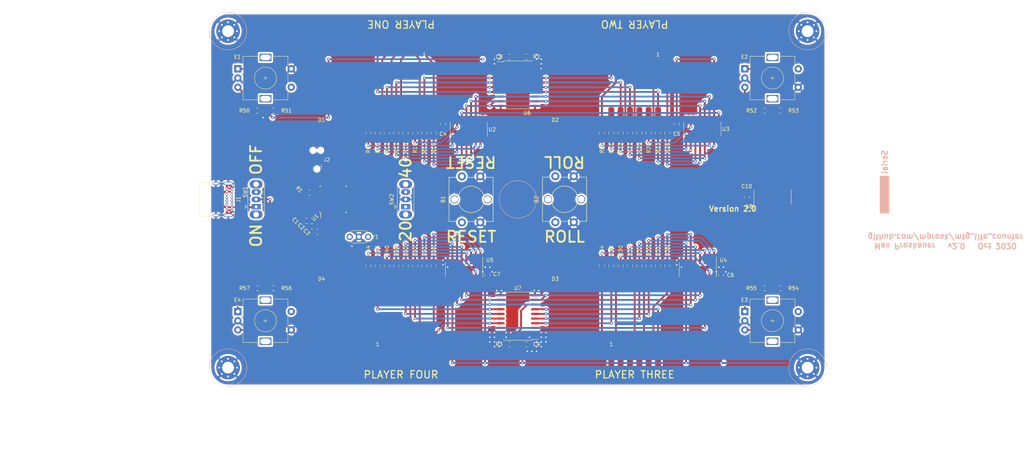
<source format=kicad_pcb>
(kicad_pcb (version 20171130) (host pcbnew "(5.1.4)-1")
  (title_block (title "Magic: The Gaterhing Life Counter") (date 2020-09-02) (rev 2.0) (company "Max Proskauer"))
  (layers (0 F.Cu signal) (31 B.Cu signal) (34 B.Paste user) (35 F.Paste user) (36 B.SilkS user) (37 F.SilkS user) (38 B.Mask user) (39 F.Mask user) (44 Edge.Cuts user))
  (net 0 "")
  (net 1 GND)
  (net 2 /MODE_SW)
  (net 3 /ROLL_BTN)
  (net 4 /RESET_BTN)
  (net 5 +5V)
  (net 6 /SER_LATCH)
  (net 7 "Net-(D1-Pad12)")
  (net 8 "Net-(D1-Pad11)")
  (net 9 "Net-(D1-Pad10)")
  (net 10 "Net-(D1-Pad9)")
  (net 11 "Net-(D1-Pad8)")
  (net 12 "Net-(D1-Pad7)")
  (net 13 "Net-(D1-Pad6)")
  (net 14 "Net-(D1-Pad5)")
  (net 15 "Net-(D1-Pad4)")
  (net 16 "Net-(D1-Pad3)")
  (net 17 "Net-(D1-Pad2)")
  (net 18 "Net-(D1-Pad1)")
  (net 19 "Net-(D2-Pad1)")
  (net 20 "Net-(D2-Pad2)")
  (net 21 "Net-(D2-Pad3)")
  (net 22 "Net-(D2-Pad4)")
  (net 23 "Net-(D2-Pad5)")
  (net 24 "Net-(D2-Pad6)")
  (net 25 "Net-(D2-Pad7)")
  (net 26 "Net-(D2-Pad8)")
  (net 27 "Net-(D2-Pad9)")
  (net 28 "Net-(D2-Pad10)")
  (net 29 "Net-(D2-Pad11)")
  (net 30 "Net-(D2-Pad12)")
  (net 31 "Net-(D3-Pad12)")
  (net 32 "Net-(D3-Pad11)")
  (net 33 "Net-(D3-Pad10)")
  (net 34 "Net-(D3-Pad9)")
  (net 35 "Net-(D3-Pad8)")
  (net 36 "Net-(D3-Pad7)")
  (net 37 "Net-(D3-Pad6)")
  (net 38 "Net-(D3-Pad5)")
  (net 39 "Net-(D3-Pad4)")
  (net 40 "Net-(D3-Pad3)")
  (net 41 "Net-(D3-Pad2)")
  (net 42 "Net-(D3-Pad1)")
  (net 43 "Net-(D4-Pad1)")
  (net 44 "Net-(D4-Pad2)")
  (net 45 "Net-(D4-Pad3)")
  (net 46 "Net-(D4-Pad4)")
  (net 47 "Net-(D4-Pad5)")
  (net 48 "Net-(D4-Pad6)")
  (net 49 "Net-(D4-Pad7)")
  (net 50 "Net-(D4-Pad8)")
  (net 51 "Net-(D4-Pad9)")
  (net 52 "Net-(D4-Pad10)")
  (net 53 "Net-(D4-Pad11)")
  (net 54 "Net-(D4-Pad12)")
  (net 55 /E1_CLK)
  (net 56 /E1_DIR)
  (net 57 /E1_SW)
  (net 58 /E2_SW)
  (net 59 /E2_DIR)
  (net 60 /E2_CLK)
  (net 61 /E3_CLK)
  (net 62 /E3_DIR)
  (net 63 /E3_SW)
  (net 64 /E4_SW)
  (net 65 /E4_DIR)
  (net 66 /E4_CLK)
  (net 67 /A6)
  (net 68 /AREF)
  (net 69 /A7)
  (net 70 /~RESET)
  (net 71 "/D0(RX)")
  (net 72 "/D1(TX)")
  (net 73 /SER_LINK_3)
  (net 74 /SER_LINK_2)
  (net 75 /SER_LINK_1)
  (net 76 "Net-(R2-Pad1)")
  (net 77 "Net-(R3-Pad1)")
  (net 78 "Net-(R12-Pad1)")
  (net 79 "Net-(R13-Pad1)")
  (net 80 "Net-(R14-Pad1)")
  (net 81 "Net-(R15-Pad1)")
  (net 82 "Net-(R16-Pad1)")
  (net 83 "Net-(R17-Pad1)")
  (net 84 "Net-(R30-Pad1)")
  (net 85 "Net-(R31-Pad1)")
  (net 86 "Net-(R32-Pad1)")
  (net 87 "Net-(R33-Pad1)")
  (net 88 "Net-(R34-Pad1)")
  (net 89 "Net-(R35-Pad1)")
  (net 90 "Net-(R10-Pad1)")
  (net 91 "Net-(R11-Pad1)")
  (net 92 "Net-(R36-Pad1)")
  (net 93 "Net-(R37-Pad1)")
  (net 94 "Net-(U2-Pad9)")
  (net 95 VBUS)
  (net 96 "Net-(J1-PadB5)")
  (net 97 "Net-(J1-PadB8)")
  (net 98 "Net-(J1-PadA8)")
  (net 99 "Net-(J1-PadA5)")
  (net 100 "Net-(U1-Pad8)")
  (net 101 "Net-(U1-Pad7)")
  (net 102 /SER_CLK)
  (net 103 "Net-(R20-Pad1)")
  (net 104 "Net-(R21-Pad1)")
  (net 105 "Net-(R22-Pad1)")
  (net 106 "Net-(R23-Pad1)")
  (net 107 "Net-(R24-Pad1)")
  (net 108 "Net-(R25-Pad1)")
  (net 109 "Net-(R26-Pad1)")
  (net 110 "Net-(R27-Pad1)")
  (net 111 "Net-(R40-Pad1)")
  (net 112 "Net-(R41-Pad1)")
  (net 113 "Net-(R42-Pad1)")
  (net 114 "Net-(R43-Pad1)")
  (net 115 "Net-(R44-Pad1)")
  (net 116 "Net-(R45-Pad1)")
  (net 117 "Net-(R46-Pad1)")
  (net 118 "Net-(R47-Pad1)")
  (net 119 "/D2(INT0)")
  (net 120 /DEBUG_PIN)
  (net 121 /SER_LINK_5)
  (net 122 /SER_LINK_4)
  (net 123 "Net-(J1-PadB6)")
  (net 124 "Net-(J1-PadB7)")
  (net 125 "Net-(J1-PadA7)")
  (net 126 "Net-(J1-PadA6)")
  (net 127 "Net-(U8-Pad7)")
  (net 128 "Net-(U1-Pad11)")
  (net 129 "Net-(U1-Pad2)")
  (net 130 /SER_MISO)
  (net 131 /SER_MOSI)
  (net 132 "Net-(U1-Pad23)")
  (net 133 "Net-(U1-Pad25)")
  (net 134 "Net-(U1-Pad24)")
  (net 135 /~ENABLE)
  (module Capacitor_SMD:C_0805_2012Metric_Pad1.15x1.40mm_HandSolder (layer F.Cu) (at 132.325 62.865)
    (fp_text reference C8 (at -2.785 0) (layer F.SilkS))
    (fp_text value 1uF)
    (pad 2 smd roundrect (at 1.025 0) (size 1.15 1.4) (layers F.Cu F.Paste F.Mask) (roundrect_rratio 0.217391) (net 5 +5V))
    (pad 1 smd roundrect (at -1.025 0) (size 1.15 1.4) (layers F.Cu F.Paste F.Mask) (roundrect_rratio 0.217391) (net 1 GND))
  )
  (module Package_SO:SOIC-16_3.9x9.9mm_P1.27mm (layer F.Cu) (at 121.285 82.55 90)
    (fp_text reference U2 (at -0.065 6.35 180) (layer F.SilkS))
    (fp_text value 74HC595)
    (pad 16 smd roundrect (at 2.475 -4.445 90) (size 1.95 0.6) (layers F.Cu F.Paste F.Mask) (net 5 +5V))
    (pad 15 smd roundrect (at 2.475 -3.175 90) (size 1.95 0.6) (layers F.Cu F.Paste F.Mask) (net 90 "Net-(R10-Pad1)"))
    (pad 14 smd roundrect (at 2.475 -1.905 90) (size 1.95 0.6) (layers F.Cu F.Paste F.Mask) (net 121 /SER_LINK_5))
    (pad 13 smd roundrect (at 2.475 -0.635 90) (size 1.95 0.6) (layers F.Cu F.Paste F.Mask) (net 135 /~ENABLE))
    (pad 12 smd roundrect (at 2.475 0.635 90) (size 1.95 0.6) (layers F.Cu F.Paste F.Mask) (net 6 /SER_LATCH))
    (pad 11 smd roundrect (at 2.475 1.905 90) (size 1.95 0.6) (layers F.Cu F.Paste F.Mask) (net 102 /SER_CLK))
    (pad 10 smd roundrect (at 2.475 3.175 90) (size 1.95 0.6) (layers F.Cu F.Paste F.Mask) (net 5 +5V))
    (pad 9 smd roundrect (at 2.475 4.445 90) (size 1.95 0.6) (layers F.Cu F.Paste F.Mask) (net 94 "Net-(U2-Pad9)"))
    (pad 8 smd roundrect (at -2.475 4.445 90) (size 1.95 0.6) (layers F.Cu F.Paste F.Mask) (net 1 GND))
    (pad 7 smd roundrect (at -2.475 3.175 90) (size 1.95 0.6) (layers F.Cu F.Paste F.Mask) (net 83 "Net-(R17-Pad1)"))
    (pad 6 smd roundrect (at -2.475 1.905 90) (size 1.95 0.6) (layers F.Cu F.Paste F.Mask) (net 82 "Net-(R16-Pad1)"))
    (pad 5 smd roundrect (at -2.475 0.635 90) (size 1.95 0.6) (layers F.Cu F.Paste F.Mask) (net 81 "Net-(R15-Pad1)"))
    (pad 4 smd roundrect (at -2.475 -0.635 90) (size 1.95 0.6) (layers F.Cu F.Paste F.Mask) (net 80 "Net-(R14-Pad1)"))
    (pad 3 smd roundrect (at -2.475 -1.905 90) (size 1.95 0.6) (layers F.Cu F.Paste F.Mask) (net 79 "Net-(R13-Pad1)"))
    (pad 2 smd roundrect (at -2.475 -3.175 90) (size 1.95 0.6) (layers F.Cu F.Paste F.Mask) (net 78 "Net-(R12-Pad1)"))
    (pad 1 smd roundrect (at -2.475 -4.445 90) (size 1.95 0.6) (layers F.Cu F.Paste F.Mask) (net 91 "Net-(R11-Pad1)"))
  )
  (module mtg_life_counter:KW4-S561xxB_SMD (layer F.Cu) (at 102.87 68.58 180)
    (fp_text reference D1 (at 21.59 -11.43 180) (layer F.SilkS))
    (fp_text value "KW4-S561CxB RED SMD")
    (fp_text user 1 (at -6.35 6.35) (layer F.SilkS))
    (pad 7 smd roundrect (at 6.35 -10.16 270) (size 4.4 1.6) (layers F.Cu F.Paste F.Mask) (net 12 "Net-(D1-Pad7)"))
    (pad 8 smd roundrect (at 3.81 -10.16 270) (size 4.4 1.6) (layers F.Cu F.Paste F.Mask) (net 11 "Net-(D1-Pad8)"))
    (pad 9 smd roundrect (at 1.27 -10.16 270) (size 4.4 1.6) (layers F.Cu F.Paste F.Mask) (net 10 "Net-(D1-Pad9)"))
    (pad 10 smd roundrect (at -1.27 -10.16 270) (size 4.4 1.6) (layers F.Cu F.Paste F.Mask) (net 9 "Net-(D1-Pad10)"))
    (pad 11 smd roundrect (at -3.81 -10.16 270) (size 4.4 1.6) (layers F.Cu F.Paste F.Mask) (net 8 "Net-(D1-Pad11)"))
    (pad 12 smd roundrect (at -6.35 -10.16 270) (size 4.4 1.6) (layers F.Cu F.Paste F.Mask) (net 7 "Net-(D1-Pad12)"))
    (pad 6 smd roundrect (at 6.35 10.16 270) (size 4.4 1.6) (layers F.Cu F.Paste F.Mask) (net 13 "Net-(D1-Pad6)"))
    (pad 5 smd roundrect (at 3.81 10.16 270) (size 4.4 1.6) (layers F.Cu F.Paste F.Mask) (net 14 "Net-(D1-Pad5)"))
    (pad 4 smd roundrect (at 1.27 10.16 270) (size 4.4 1.6) (layers F.Cu F.Paste F.Mask) (net 15 "Net-(D1-Pad4)"))
    (pad 3 smd roundrect (at -1.27 10.16 270) (size 4.4 1.6) (layers F.Cu F.Paste F.Mask) (net 16 "Net-(D1-Pad3)"))
    (pad 2 smd roundrect (at -3.81 10.16 270) (size 4.4 1.6) (layers F.Cu F.Paste F.Mask) (net 17 "Net-(D1-Pad2)"))
    (pad 1 smd roundrect (at -6.35 10.16 270) (size 4.4 1.6) (layers F.Cu F.Paste F.Mask) (net 18 "Net-(D1-Pad1)"))
  )
  (module Capacitor_SMD:C_0805_2012Metric_Pad1.15x1.40mm_HandSolder (layer F.Cu) (at 196.85 100.965 270)
    (fp_text reference C10 (at -2.93 0 180) (layer F.SilkS))
    (fp_text value 0.1uF)
    (pad 2 smd roundrect (at 1.025 0 270) (size 1.15 1.4) (layers F.Cu F.Paste F.Mask) (roundrect_rratio 0.217391) (net 1 GND))
    (pad 1 smd roundrect (at -1.025 0 270) (size 1.15 1.4) (layers F.Cu F.Paste F.Mask) (roundrect_rratio 0.217391) (net 5 +5V))
  )
  (module Package_SO:SOIC-16_3.9x9.9mm_P1.27mm (layer F.Cu) (at 184.785 82.485 90)
    (fp_text reference U3 (at 0 6.35 180) (layer F.SilkS))
    (fp_text value 74HC595)
    (pad 16 smd roundrect (at 2.475 -4.445 90) (size 1.95 0.6) (layers F.Cu F.Paste F.Mask) (net 5 +5V))
    (pad 15 smd roundrect (at 2.475 -3.175 90) (size 1.95 0.6) (layers F.Cu F.Paste F.Mask) (net 103 "Net-(R20-Pad1)"))
    (pad 14 smd roundrect (at 2.475 -1.905 90) (size 1.95 0.6) (layers F.Cu F.Paste F.Mask) (net 122 /SER_LINK_4))
    (pad 13 smd roundrect (at 2.475 -0.635 90) (size 1.95 0.6) (layers F.Cu F.Paste F.Mask) (net 135 /~ENABLE))
    (pad 12 smd roundrect (at 2.475 0.635 90) (size 1.95 0.6) (layers F.Cu F.Paste F.Mask) (net 6 /SER_LATCH))
    (pad 11 smd roundrect (at 2.475 1.905 90) (size 1.95 0.6) (layers F.Cu F.Paste F.Mask) (net 102 /SER_CLK))
    (pad 10 smd roundrect (at 2.475 3.175 90) (size 1.95 0.6) (layers F.Cu F.Paste F.Mask) (net 5 +5V))
    (pad 9 smd roundrect (at 2.475 4.445 90) (size 1.95 0.6) (layers F.Cu F.Paste F.Mask) (net 121 /SER_LINK_5))
    (pad 8 smd roundrect (at -2.475 4.445 90) (size 1.95 0.6) (layers F.Cu F.Paste F.Mask) (net 1 GND))
    (pad 7 smd roundrect (at -2.475 3.175 90) (size 1.95 0.6) (layers F.Cu F.Paste F.Mask) (net 110 "Net-(R27-Pad1)"))
    (pad 6 smd roundrect (at -2.475 1.905 90) (size 1.95 0.6) (layers F.Cu F.Paste F.Mask) (net 109 "Net-(R26-Pad1)"))
    (pad 5 smd roundrect (at -2.475 0.635 90) (size 1.95 0.6) (layers F.Cu F.Paste F.Mask) (net 108 "Net-(R25-Pad1)"))
    (pad 4 smd roundrect (at -2.475 -0.635 90) (size 1.95 0.6) (layers F.Cu F.Paste F.Mask) (net 107 "Net-(R24-Pad1)"))
    (pad 3 smd roundrect (at -2.475 -1.905 90) (size 1.95 0.6) (layers F.Cu F.Paste F.Mask) (net 106 "Net-(R23-Pad1)"))
    (pad 2 smd roundrect (at -2.475 -3.175 90) (size 1.95 0.6) (layers F.Cu F.Paste F.Mask) (net 105 "Net-(R22-Pad1)"))
    (pad 1 smd roundrect (at -2.475 -4.445 90) (size 1.95 0.6) (layers F.Cu F.Paste F.Mask) (net 104 "Net-(R21-Pad1)"))
  )
  (module mtg_life_counter:B3F_12mm (layer F.Cu) (at 121.92 101.6 270)
    (fp_text reference B1 (at 0 7.62 90) (layer F.SilkS))
    (fp_text value SW_Push)
    (pad "" np_thru_hole circle (at 0 4.5 270) (size 2.2 2.2) (drill 1.8) (layers *.Cu *.Mask))
    (pad "" np_thru_hole circle (at 0 -4.5 270) (size 2.2 2.2) (drill 1.8) (layers *.Cu *.Mask))
    (pad 2 thru_hole circle (at 6.25 -2.5 270) (size 2.2 2.2) (drill 1.2) (layers *.Cu *.Mask) (net 1 GND))
    (pad 2 thru_hole circle (at -6.25 -2.5 270) (size 2.2 2.2) (drill 1.2) (layers *.Cu *.Mask) (net 1 GND))
    (pad 1 thru_hole circle (at -6.25 2.5 270) (size 2.2 2.2) (drill 1.2) (layers *.Cu *.Mask) (net 4 /RESET_BTN))
    (pad 1 thru_hole circle (at 6.25 2.5 270) (size 2.2 2.2) (drill 1.2) (layers *.Cu *.Mask) (net 4 /RESET_BTN))
  )
  (module Package_SO:SOIC-16_3.9x9.9mm_P1.27mm (layer F.Cu) (at 120.015 120.715 270)
    (fp_text reference U5 (at -2.605 -6.985 180) (layer F.SilkS))
    (fp_text value 74HC595)
    (pad 16 smd roundrect (at 2.475 -4.445 270) (size 1.95 0.6) (layers F.Cu F.Paste F.Mask) (net 5 +5V))
    (pad 15 smd roundrect (at 2.475 -3.175 270) (size 1.95 0.6) (layers F.Cu F.Paste F.Mask) (net 111 "Net-(R40-Pad1)"))
    (pad 14 smd roundrect (at 2.475 -1.905 270) (size 1.95 0.6) (layers F.Cu F.Paste F.Mask) (net 74 /SER_LINK_2))
    (pad 13 smd roundrect (at 2.475 -0.635 270) (size 1.95 0.6) (layers F.Cu F.Paste F.Mask) (net 135 /~ENABLE))
    (pad 12 smd roundrect (at 2.475 0.635 270) (size 1.95 0.6) (layers F.Cu F.Paste F.Mask) (net 6 /SER_LATCH))
    (pad 11 smd roundrect (at 2.475 1.905 270) (size 1.95 0.6) (layers F.Cu F.Paste F.Mask) (net 102 /SER_CLK))
    (pad 10 smd roundrect (at 2.475 3.175 270) (size 1.95 0.6) (layers F.Cu F.Paste F.Mask) (net 5 +5V))
    (pad 9 smd roundrect (at 2.475 4.445 270) (size 1.95 0.6) (layers F.Cu F.Paste F.Mask) (net 73 /SER_LINK_3))
    (pad 8 smd roundrect (at -2.475 4.445 270) (size 1.95 0.6) (layers F.Cu F.Paste F.Mask) (net 1 GND))
    (pad 7 smd roundrect (at -2.475 3.175 270) (size 1.95 0.6) (layers F.Cu F.Paste F.Mask) (net 118 "Net-(R47-Pad1)"))
    (pad 6 smd roundrect (at -2.475 1.905 270) (size 1.95 0.6) (layers F.Cu F.Paste F.Mask) (net 117 "Net-(R46-Pad1)"))
    (pad 5 smd roundrect (at -2.475 0.635 270) (size 1.95 0.6) (layers F.Cu F.Paste F.Mask) (net 116 "Net-(R45-Pad1)"))
    (pad 4 smd roundrect (at -2.475 -0.635 270) (size 1.95 0.6) (layers F.Cu F.Paste F.Mask) (net 115 "Net-(R44-Pad1)"))
    (pad 3 smd roundrect (at -2.475 -1.905 270) (size 1.95 0.6) (layers F.Cu F.Paste F.Mask) (net 114 "Net-(R43-Pad1)"))
    (pad 2 smd roundrect (at -2.475 -3.175 270) (size 1.95 0.6) (layers F.Cu F.Paste F.Mask) (net 113 "Net-(R42-Pad1)"))
    (pad 1 smd roundrect (at -2.475 -4.445 270) (size 1.95 0.6) (layers F.Cu F.Paste F.Mask) (net 112 "Net-(R41-Pad1)"))
  )
  (module mtg_life_counter:KW4-S561xxB_SMD (layer F.Cu) (at 102.87 134.62)
    (fp_text reference D4 (at -21.59 -11.43 180) (layer F.SilkS))
    (fp_text value "KW4-S561CxB BLUE SMD")
    (fp_text user 1 (at -6.35 6.35) (layer F.SilkS))
    (pad 7 smd roundrect (at 6.35 -10.16 90) (size 4.4 1.6) (layers F.Cu F.Paste F.Mask) (net 49 "Net-(D4-Pad7)"))
    (pad 8 smd roundrect (at 3.81 -10.16 90) (size 4.4 1.6) (layers F.Cu F.Paste F.Mask) (net 50 "Net-(D4-Pad8)"))
    (pad 9 smd roundrect (at 1.27 -10.16 90) (size 4.4 1.6) (layers F.Cu F.Paste F.Mask) (net 51 "Net-(D4-Pad9)"))
    (pad 10 smd roundrect (at -1.27 -10.16 90) (size 4.4 1.6) (layers F.Cu F.Paste F.Mask) (net 52 "Net-(D4-Pad10)"))
    (pad 11 smd roundrect (at -3.81 -10.16 90) (size 4.4 1.6) (layers F.Cu F.Paste F.Mask) (net 53 "Net-(D4-Pad11)"))
    (pad 12 smd roundrect (at -6.35 -10.16 90) (size 4.4 1.6) (layers F.Cu F.Paste F.Mask) (net 54 "Net-(D4-Pad12)"))
    (pad 6 smd roundrect (at 6.35 10.16 90) (size 4.4 1.6) (layers F.Cu F.Paste F.Mask) (net 48 "Net-(D4-Pad6)"))
    (pad 5 smd roundrect (at 3.81 10.16 90) (size 4.4 1.6) (layers F.Cu F.Paste F.Mask) (net 47 "Net-(D4-Pad5)"))
    (pad 4 smd roundrect (at 1.27 10.16 90) (size 4.4 1.6) (layers F.Cu F.Paste F.Mask) (net 46 "Net-(D4-Pad4)"))
    (pad 3 smd roundrect (at -1.27 10.16 90) (size 4.4 1.6) (layers F.Cu F.Paste F.Mask) (net 45 "Net-(D4-Pad3)"))
    (pad 2 smd roundrect (at -3.81 10.16 90) (size 4.4 1.6) (layers F.Cu F.Paste F.Mask) (net 44 "Net-(D4-Pad2)"))
    (pad 1 smd roundrect (at -6.35 10.16 90) (size 4.4 1.6) (layers F.Cu F.Paste F.Mask) (net 43 "Net-(D4-Pad1)"))
  )
  (module mtg_life_counter:KW4-S561xxB_SMD (layer F.Cu) (at 166.37 134.62)
    (fp_text reference D3 (at -21.59 -11.43 180) (layer F.SilkS))
    (fp_text value "KW4-S561CxB YELLOW SMD")
    (fp_text user 1 (at -6.35 6.35) (layer F.SilkS))
    (pad 7 smd roundrect (at 6.35 -10.16 90) (size 4.4 1.6) (layers F.Cu F.Paste F.Mask) (net 36 "Net-(D3-Pad7)"))
    (pad 8 smd roundrect (at 3.81 -10.16 90) (size 4.4 1.6) (layers F.Cu F.Paste F.Mask) (net 35 "Net-(D3-Pad8)"))
    (pad 9 smd roundrect (at 1.27 -10.16 90) (size 4.4 1.6) (layers F.Cu F.Paste F.Mask) (net 34 "Net-(D3-Pad9)"))
    (pad 10 smd roundrect (at -1.27 -10.16 90) (size 4.4 1.6) (layers F.Cu F.Paste F.Mask) (net 33 "Net-(D3-Pad10)"))
    (pad 11 smd roundrect (at -3.81 -10.16 90) (size 4.4 1.6) (layers F.Cu F.Paste F.Mask) (net 32 "Net-(D3-Pad11)"))
    (pad 12 smd roundrect (at -6.35 -10.16 90) (size 4.4 1.6) (layers F.Cu F.Paste F.Mask) (net 31 "Net-(D3-Pad12)"))
    (pad 6 smd roundrect (at 6.35 10.16 90) (size 4.4 1.6) (layers F.Cu F.Paste F.Mask) (net 37 "Net-(D3-Pad6)"))
    (pad 5 smd roundrect (at 3.81 10.16 90) (size 4.4 1.6) (layers F.Cu F.Paste F.Mask) (net 38 "Net-(D3-Pad5)"))
    (pad 4 smd roundrect (at 1.27 10.16 90) (size 4.4 1.6) (layers F.Cu F.Paste F.Mask) (net 39 "Net-(D3-Pad4)"))
    (pad 3 smd roundrect (at -1.27 10.16 90) (size 4.4 1.6) (layers F.Cu F.Paste F.Mask) (net 40 "Net-(D3-Pad3)"))
    (pad 2 smd roundrect (at -3.81 10.16 90) (size 4.4 1.6) (layers F.Cu F.Paste F.Mask) (net 41 "Net-(D3-Pad2)"))
    (pad 1 smd roundrect (at -6.35 10.16 90) (size 4.4 1.6) (layers F.Cu F.Paste F.Mask) (net 42 "Net-(D3-Pad1)"))
  )
  (module mtg_life_counter:KW4-S561xxB_SMD (layer F.Cu) (at 166.37 68.58 180)
    (fp_text reference D2 (at 21.59 -11.43 180) (layer F.SilkS))
    (fp_text value "KW4-S561CxB GREEN SMD")
    (fp_text user 1 (at -6.35 6.35) (layer F.SilkS))
    (pad 7 smd roundrect (at 6.35 -10.16 270) (size 4.4 1.6) (layers F.Cu F.Paste F.Mask) (net 25 "Net-(D2-Pad7)"))
    (pad 8 smd roundrect (at 3.81 -10.16 270) (size 4.4 1.6) (layers F.Cu F.Paste F.Mask) (net 26 "Net-(D2-Pad8)"))
    (pad 9 smd roundrect (at 1.27 -10.16 270) (size 4.4 1.6) (layers F.Cu F.Paste F.Mask) (net 27 "Net-(D2-Pad9)"))
    (pad 10 smd roundrect (at -1.27 -10.16 270) (size 4.4 1.6) (layers F.Cu F.Paste F.Mask) (net 28 "Net-(D2-Pad10)"))
    (pad 11 smd roundrect (at -3.81 -10.16 270) (size 4.4 1.6) (layers F.Cu F.Paste F.Mask) (net 29 "Net-(D2-Pad11)"))
    (pad 12 smd roundrect (at -6.35 -10.16 270) (size 4.4 1.6) (layers F.Cu F.Paste F.Mask) (net 30 "Net-(D2-Pad12)"))
    (pad 6 smd roundrect (at 6.35 10.16 270) (size 4.4 1.6) (layers F.Cu F.Paste F.Mask) (net 24 "Net-(D2-Pad6)"))
    (pad 5 smd roundrect (at 3.81 10.16 270) (size 4.4 1.6) (layers F.Cu F.Paste F.Mask) (net 23 "Net-(D2-Pad5)"))
    (pad 4 smd roundrect (at 1.27 10.16 270) (size 4.4 1.6) (layers F.Cu F.Paste F.Mask) (net 22 "Net-(D2-Pad4)"))
    (pad 3 smd roundrect (at -1.27 10.16 270) (size 4.4 1.6) (layers F.Cu F.Paste F.Mask) (net 21 "Net-(D2-Pad3)"))
    (pad 2 smd roundrect (at -3.81 10.16 270) (size 4.4 1.6) (layers F.Cu F.Paste F.Mask) (net 20 "Net-(D2-Pad2)"))
    (pad 1 smd roundrect (at -6.35 10.16 270) (size 4.4 1.6) (layers F.Cu F.Paste F.Mask) (net 19 "Net-(D2-Pad1)"))
  )
  (module Package_SO:SOIC-16_3.9x9.9mm_P1.27mm (layer F.Cu) (at 203.835 100.965 90)
    (fp_text reference U8 (at -2.54 -6.35 180) (layer F.SilkS))
    (fp_text value 74HC165)
    (pad 16 smd roundrect (at 2.475 -4.445 90) (size 1.95 0.6) (layers F.Cu F.Paste F.Mask) (net 5 +5V))
    (pad 15 smd roundrect (at 2.475 -3.175 90) (size 1.95 0.6) (layers F.Cu F.Paste F.Mask) (net 135 /~ENABLE))
    (pad 14 smd roundrect (at 2.475 -1.905 90) (size 1.95 0.6) (layers F.Cu F.Paste F.Mask) (net 56 /E1_DIR))
    (pad 13 smd roundrect (at 2.475 -0.635 90) (size 1.95 0.6) (layers F.Cu F.Paste F.Mask) (net 55 /E1_CLK))
    (pad 12 smd roundrect (at 2.475 0.635 90) (size 1.95 0.6) (layers F.Cu F.Paste F.Mask) (net 59 /E2_DIR))
    (pad 11 smd roundrect (at 2.475 1.905 90) (size 1.95 0.6) (layers F.Cu F.Paste F.Mask) (net 60 /E2_CLK))
    (pad 10 smd roundrect (at 2.475 3.175 90) (size 1.95 0.6) (layers F.Cu F.Paste F.Mask) (net 1 GND))
    (pad 9 smd roundrect (at 2.475 4.445 90) (size 1.95 0.6) (layers F.Cu F.Paste F.Mask) (net 130 /SER_MISO))
    (pad 8 smd roundrect (at -2.475 4.445 90) (size 1.95 0.6) (layers F.Cu F.Paste F.Mask) (net 1 GND))
    (pad 7 smd roundrect (at -2.475 3.175 90) (size 1.95 0.6) (layers F.Cu F.Paste F.Mask) (net 127 "Net-(U8-Pad7)"))
    (pad 6 smd roundrect (at -2.475 1.905 90) (size 1.95 0.6) (layers F.Cu F.Paste F.Mask) (net 62 /E3_DIR))
    (pad 5 smd roundrect (at -2.475 0.635 90) (size 1.95 0.6) (layers F.Cu F.Paste F.Mask) (net 61 /E3_CLK))
    (pad 4 smd roundrect (at -2.475 -0.635 90) (size 1.95 0.6) (layers F.Cu F.Paste F.Mask) (net 65 /E4_DIR))
    (pad 3 smd roundrect (at -2.475 -1.905 90) (size 1.95 0.6) (layers F.Cu F.Paste F.Mask) (net 66 /E4_CLK))
    (pad 2 smd roundrect (at -2.475 -3.175 90) (size 1.95 0.6) (layers F.Cu F.Paste F.Mask) (net 102 /SER_CLK))
    (pad 1 smd roundrect (at -2.475 -4.445 90) (size 1.95 0.6) (layers F.Cu F.Paste F.Mask) (net 6 /SER_LATCH))
  )
  (module Package_QFP:TQFP-32_7x7mm_P0.8mm (layer F.Cu) (at 84.455 101.6 90)
    (fp_text reference U1 (at -4.939141 -4.939141 45) (layer F.SilkS))
    (fp_text value ATmega328P-AU)
    (pad 32 smd rect (at -2.8 -4.25 180) (size 1.6 0.55) (layers F.Cu F.Paste F.Mask) (net 119 "/D2(INT0)"))
    (pad 31 smd rect (at -2 -4.25 180) (size 1.6 0.55) (layers F.Cu F.Paste F.Mask) (net 72 "/D1(TX)"))
    (pad 30 smd rect (at -1.2 -4.25 180) (size 1.6 0.55) (layers F.Cu F.Paste F.Mask) (net 71 "/D0(RX)"))
    (pad 29 smd rect (at -0.4 -4.25 180) (size 1.6 0.55) (layers F.Cu F.Paste F.Mask) (net 70 /~RESET))
    (pad 28 smd rect (at 0.4 -4.25 180) (size 1.6 0.55) (layers F.Cu F.Paste F.Mask) (net 120 /DEBUG_PIN))
    (pad 27 smd rect (at 1.2 -4.25 180) (size 1.6 0.55) (layers F.Cu F.Paste F.Mask) (net 57 /E1_SW))
    (pad 26 smd rect (at 2 -4.25 180) (size 1.6 0.55) (layers F.Cu F.Paste F.Mask) (net 58 /E2_SW))
    (pad 25 smd rect (at 2.8 -4.25 180) (size 1.6 0.55) (layers F.Cu F.Paste F.Mask) (net 133 "Net-(U1-Pad25)"))
    (pad 24 smd rect (at 4.25 -2.8 90) (size 1.6 0.55) (layers F.Cu F.Paste F.Mask) (net 134 "Net-(U1-Pad24)"))
    (pad 23 smd rect (at 4.25 -2 90) (size 1.6 0.55) (layers F.Cu F.Paste F.Mask) (net 132 "Net-(U1-Pad23)"))
    (pad 22 smd rect (at 4.25 -1.2 90) (size 1.6 0.55) (layers F.Cu F.Paste F.Mask) (net 69 /A7))
    (pad 21 smd rect (at 4.25 -0.4 90) (size 1.6 0.55) (layers F.Cu F.Paste F.Mask) (net 1 GND))
    (pad 20 smd rect (at 4.25 0.4 90) (size 1.6 0.55) (layers F.Cu F.Paste F.Mask) (net 68 /AREF))
    (pad 19 smd rect (at 4.25 1.2 90) (size 1.6 0.55) (layers F.Cu F.Paste F.Mask) (net 67 /A6))
    (pad 18 smd rect (at 4.25 2 90) (size 1.6 0.55) (layers F.Cu F.Paste F.Mask) (net 5 +5V))
    (pad 17 smd rect (at 4.25 2.8 90) (size 1.6 0.55) (layers F.Cu F.Paste F.Mask) (net 102 /SER_CLK))
    (pad 16 smd rect (at 2.8 4.25 180) (size 1.6 0.55) (layers F.Cu F.Paste F.Mask) (net 130 /SER_MISO))
    (pad 15 smd rect (at 2 4.25 180) (size 1.6 0.55) (layers F.Cu F.Paste F.Mask) (net 131 /SER_MOSI))
    (pad 14 smd rect (at 1.2 4.25 180) (size 1.6 0.55) (layers F.Cu F.Paste F.Mask) (net 6 /SER_LATCH))
    (pad 13 smd rect (at 0.4 4.25 180) (size 1.6 0.55) (layers F.Cu F.Paste F.Mask) (net 2 /MODE_SW))
    (pad 12 smd rect (at -0.4 4.25 180) (size 1.6 0.55) (layers F.Cu F.Paste F.Mask) (net 63 /E3_SW))
    (pad 11 smd rect (at -1.2 4.25 180) (size 1.6 0.55) (layers F.Cu F.Paste F.Mask) (net 128 "Net-(U1-Pad11)"))
    (pad 10 smd rect (at -2 4.25 180) (size 1.6 0.55) (layers F.Cu F.Paste F.Mask) (net 3 /ROLL_BTN))
    (pad 9 smd rect (at -2.8 4.25 180) (size 1.6 0.55) (layers F.Cu F.Paste F.Mask) (net 64 /E4_SW))
    (pad 8 smd rect (at -4.25 2.8 90) (size 1.6 0.55) (layers F.Cu F.Paste F.Mask) (net 100 "Net-(U1-Pad8)"))
    (pad 7 smd rect (at -4.25 2 90) (size 1.6 0.55) (layers F.Cu F.Paste F.Mask) (net 101 "Net-(U1-Pad7)"))
    (pad 6 smd rect (at -4.25 1.2 90) (size 1.6 0.55) (layers F.Cu F.Paste F.Mask) (net 5 +5V))
    (pad 5 smd rect (at -4.25 0.4 90) (size 1.6 0.55) (layers F.Cu F.Paste F.Mask) (net 1 GND))
    (pad 4 smd rect (at -4.25 -0.4 90) (size 1.6 0.55) (layers F.Cu F.Paste F.Mask) (net 5 +5V))
    (pad 3 smd rect (at -4.25 -1.2 90) (size 1.6 0.55) (layers F.Cu F.Paste F.Mask) (net 1 GND))
    (pad 2 smd rect (at -4.25 -2 90) (size 1.6 0.55) (layers F.Cu F.Paste F.Mask) (net 129 "Net-(U1-Pad2)"))
    (pad 1 smd rect (at -4.25 -2.8 90) (size 1.6 0.55) (layers F.Cu F.Paste F.Mask) (net 4 /RESET_BTN))
  )
  (module Capacitor_SMD:C_0805_2012Metric_Pad1.15x1.40mm_HandSolder (layer F.Cu) (at 126.365 122.165 270)
    (fp_text reference C7 (at -0.245 -2.54 180) (layer F.SilkS))
    (fp_text value 1uF)
    (pad 2 smd roundrect (at 1.025 0 270) (size 1.15 1.4) (layers F.Cu F.Paste F.Mask) (roundrect_rratio 0.217391) (net 5 +5V))
    (pad 1 smd roundrect (at -1.025 0 270) (size 1.15 1.4) (layers F.Cu F.Paste F.Mask) (roundrect_rratio 0.217391) (net 1 GND))
  )
  (module Capacitor_SMD:C_0805_2012Metric_Pad1.15x1.40mm_HandSolder (layer F.Cu) (at 177.8 81.035 90)
    (fp_text reference C5 (at -2.785 0) (layer F.SilkS))
    (fp_text value 1uF)
    (pad 2 smd roundrect (at 1.025 0 90) (size 1.15 1.4) (layers F.Cu F.Paste F.Mask) (roundrect_rratio 0.217391) (net 5 +5V))
    (pad 1 smd roundrect (at -1.025 0 90) (size 1.15 1.4) (layers F.Cu F.Paste F.Mask) (roundrect_rratio 0.217391) (net 1 GND))
  )
  (module Capacitor_SMD:C_0805_2012Metric_Pad1.15x1.40mm_HandSolder (layer F.Cu) (at 136.915 140.97 180)
    (fp_text reference C9 (at -2.785 0) (layer F.SilkS))
    (fp_text value 1uF)
    (pad 2 smd roundrect (at 1.025 0 180) (size 1.15 1.4) (layers F.Cu F.Paste F.Mask) (roundrect_rratio 0.217391) (net 5 +5V))
    (pad 1 smd roundrect (at -1.025 0 180) (size 1.15 1.4) (layers F.Cu F.Paste F.Mask) (roundrect_rratio 0.217391) (net 1 GND))
  )
  (module Capacitor_SMD:C_0805_2012Metric_Pad1.15x1.40mm_HandSolder (layer F.Cu) (at 189.865 122.165 270)
    (fp_text reference C6 (at 0 -2.54 180) (layer F.SilkS))
    (fp_text value 1uF)
    (pad 2 smd roundrect (at 1.025 0 270) (size 1.15 1.4) (layers F.Cu F.Paste F.Mask) (roundrect_rratio 0.217391) (net 5 +5V))
    (pad 1 smd roundrect (at -1.025 0 270) (size 1.15 1.4) (layers F.Cu F.Paste F.Mask) (roundrect_rratio 0.217391) (net 1 GND))
  )
  (module Capacitor_SMD:C_0805_2012Metric_Pad1.15x1.40mm_HandSolder (layer F.Cu) (at 114.3 81.035 90)
    (fp_text reference C4 (at -2.785 0 180) (layer F.SilkS))
    (fp_text value 1uF)
    (pad 2 smd roundrect (at 1.025 0 90) (size 1.15 1.4) (layers F.Cu F.Paste F.Mask) (roundrect_rratio 0.217391) (net 5 +5V))
    (pad 1 smd roundrect (at -1.025 0 90) (size 1.15 1.4) (layers F.Cu F.Paste F.Mask) (roundrect_rratio 0.217391) (net 1 GND))
  )
  (module Capacitor_SMD:C_0805_2012Metric_Pad1.15x1.40mm_HandSolder (layer F.Cu) (at 80.174216 110.452784)
    (fp_text reference C3 (at -2.93 0 315) (layer F.SilkS))
    (fp_text value 1uF)
    (pad 2 smd roundrect (at 1.025 0) (size 1.15 1.4) (layers F.Cu F.Paste F.Mask) (roundrect_rratio 0.217391) (net 5 +5V))
    (pad 1 smd roundrect (at -1.025 0) (size 1.15 1.4) (layers F.Cu F.Paste F.Mask) (roundrect_rratio 0.217391) (net 1 GND))
  )
  (module Capacitor_SMD:C_0805_2012Metric_Pad1.15x1.40mm_HandSolder (layer F.Cu) (at 77.126216 107.404784)
    (fp_text reference C1 (at -2.93 0 315) (layer F.SilkS))
    (fp_text value 0.1uF)
    (pad 2 smd roundrect (at 1.025 0) (size 1.15 1.4) (layers F.Cu F.Paste F.Mask) (roundrect_rratio 0.217391) (net 5 +5V))
    (pad 1 smd roundrect (at -1.025 0) (size 1.15 1.4) (layers F.Cu F.Paste F.Mask) (roundrect_rratio 0.217391) (net 1 GND))
  )
  (module Capacitor_SMD:C_0805_2012Metric_Pad1.15x1.40mm_HandSolder (layer F.Cu) (at 78.650216 108.928784)
    (fp_text reference C2 (at -2.93 0 315) (layer F.SilkS))
    (fp_text value 4.7uF)
    (pad 2 smd roundrect (at 1.025 0) (size 1.15 1.4) (layers F.Cu F.Paste F.Mask) (roundrect_rratio 0.217391) (net 5 +5V))
    (pad 1 smd roundrect (at -1.025 0) (size 1.15 1.4) (layers F.Cu F.Paste F.Mask) (roundrect_rratio 0.217391) (net 1 GND))
  )
  (module Crystal:Resonator_muRata_CSTLSxxxX-3Pin_W5.5mm_H3.0mm (layer F.Cu) (at 88.94 111.76)
    (fp_text reference Y1 (at 6.945 0) (layer F.SilkS))
    (fp_text value 16MHz)
    (pad 3 thru_hole circle (at 5 0) (size 1.7 1.7) (drill 1) (layers *.Cu *.Mask) (net 100 "Net-(U1-Pad8)"))
    (pad 2 thru_hole circle (at 2.5 0) (size 1.7 1.7) (drill 1) (layers *.Cu *.Mask) (net 1 GND))
    (pad 1 thru_hole circle (at 0 0) (size 1.7 1.7) (drill 1) (layers *.Cu *.Mask) (net 101 "Net-(U1-Pad7)"))
  )
  (module Package_SO:SOIC-20W_7.5x12.8mm_P1.27mm (layer F.Cu) (at 134.62 133.35 180)
    (fp_text reference U7 (at 0 7.62) (layer F.SilkS))
    (fp_text value TPIC6B595)
    (pad 20 smd roundrect (at 4.65 -5.715 180) (size 2.05 0.6) (layers F.Cu F.Paste F.Mask) (net 1 GND))
    (pad 19 smd roundrect (at 4.65 -4.445 180) (size 2.05 0.6) (layers F.Cu F.Paste F.Mask) (net 1 GND))
    (pad 18 smd roundrect (at 4.65 -3.175 180) (size 2.05 0.6) (layers F.Cu F.Paste F.Mask) (net 75 /SER_LINK_1))
    (pad 17 smd roundrect (at 4.65 -1.905 180) (size 2.05 0.6) (layers F.Cu F.Paste F.Mask) (net 48 "Net-(D4-Pad6)"))
    (pad 16 smd roundrect (at 4.65 -0.635 180) (size 2.05 0.6) (layers F.Cu F.Paste F.Mask) (net 50 "Net-(D4-Pad8)"))
    (pad 15 smd roundrect (at 4.65 0.635 180) (size 2.05 0.6) (layers F.Cu F.Paste F.Mask) (net 51 "Net-(D4-Pad9)"))
    (pad 14 smd roundrect (at 4.65 1.905 180) (size 2.05 0.6) (layers F.Cu F.Paste F.Mask) (net 54 "Net-(D4-Pad12)"))
    (pad 13 smd roundrect (at 4.65 3.175 180) (size 2.05 0.6) (layers F.Cu F.Paste F.Mask) (net 102 /SER_CLK))
    (pad 12 smd roundrect (at 4.65 4.445 180) (size 2.05 0.6) (layers F.Cu F.Paste F.Mask) (net 6 /SER_LATCH))
    (pad 11 smd roundrect (at 4.65 5.715 180) (size 2.05 0.6) (layers F.Cu F.Paste F.Mask) (net 1 GND))
    (pad 10 smd roundrect (at -4.65 5.715 180) (size 2.05 0.6) (layers F.Cu F.Paste F.Mask) (net 1 GND))
    (pad 9 smd roundrect (at -4.65 4.445 180) (size 2.05 0.6) (layers F.Cu F.Paste F.Mask) (net 135 /~ENABLE))
    (pad 8 smd roundrect (at -4.65 3.175 180) (size 2.05 0.6) (layers F.Cu F.Paste F.Mask) (net 77 "Net-(R3-Pad1)"))
    (pad 7 smd roundrect (at -4.65 1.905 180) (size 2.05 0.6) (layers F.Cu F.Paste F.Mask) (net 37 "Net-(D3-Pad6)"))
    (pad 6 smd roundrect (at -4.65 0.635 180) (size 2.05 0.6) (layers F.Cu F.Paste F.Mask) (net 35 "Net-(D3-Pad8)"))
    (pad 5 smd roundrect (at -4.65 -0.635 180) (size 2.05 0.6) (layers F.Cu F.Paste F.Mask) (net 34 "Net-(D3-Pad9)"))
    (pad 4 smd roundrect (at -4.65 -1.905 180) (size 2.05 0.6) (layers F.Cu F.Paste F.Mask) (net 31 "Net-(D3-Pad12)"))
    (pad 3 smd roundrect (at -4.65 -3.175 180) (size 2.05 0.6) (layers F.Cu F.Paste F.Mask) (net 131 /SER_MOSI))
    (pad 2 smd roundrect (at -4.65 -4.445 180) (size 2.05 0.6) (layers F.Cu F.Paste F.Mask) (net 5 +5V))
    (pad 1 smd roundrect (at -4.65 -5.715 180) (size 2.05 0.6) (layers F.Cu F.Paste F.Mask) (net 1 GND))
  )
  (module Package_SO:SOIC-20W_7.5x12.8mm_P1.27mm (layer F.Cu) (at 134.62 70.485)
    (fp_text reference U6 (at 2.54 7.62) (layer F.SilkS))
    (fp_text value TPIC6B595)
    (pad 20 smd roundrect (at 4.65 -5.715) (size 2.05 0.6) (layers F.Cu F.Paste F.Mask) (net 1 GND))
    (pad 19 smd roundrect (at 4.65 -4.445) (size 2.05 0.6) (layers F.Cu F.Paste F.Mask) (net 1 GND))
    (pad 18 smd roundrect (at 4.65 -3.175) (size 2.05 0.6) (layers F.Cu F.Paste F.Mask) (net 74 /SER_LINK_2))
    (pad 17 smd roundrect (at 4.65 -1.905) (size 2.05 0.6) (layers F.Cu F.Paste F.Mask) (net 24 "Net-(D2-Pad6)"))
    (pad 16 smd roundrect (at 4.65 -0.635) (size 2.05 0.6) (layers F.Cu F.Paste F.Mask) (net 26 "Net-(D2-Pad8)"))
    (pad 15 smd roundrect (at 4.65 0.635) (size 2.05 0.6) (layers F.Cu F.Paste F.Mask) (net 27 "Net-(D2-Pad9)"))
    (pad 14 smd roundrect (at 4.65 1.905) (size 2.05 0.6) (layers F.Cu F.Paste F.Mask) (net 30 "Net-(D2-Pad12)"))
    (pad 13 smd roundrect (at 4.65 3.175) (size 2.05 0.6) (layers F.Cu F.Paste F.Mask) (net 102 /SER_CLK))
    (pad 12 smd roundrect (at 4.65 4.445) (size 2.05 0.6) (layers F.Cu F.Paste F.Mask) (net 6 /SER_LATCH))
    (pad 11 smd roundrect (at 4.65 5.715) (size 2.05 0.6) (layers F.Cu F.Paste F.Mask) (net 1 GND))
    (pad 10 smd roundrect (at -4.65 5.715) (size 2.05 0.6) (layers F.Cu F.Paste F.Mask) (net 1 GND))
    (pad 9 smd roundrect (at -4.65 4.445) (size 2.05 0.6) (layers F.Cu F.Paste F.Mask) (net 135 /~ENABLE))
    (pad 8 smd roundrect (at -4.65 3.175) (size 2.05 0.6) (layers F.Cu F.Paste F.Mask) (net 76 "Net-(R2-Pad1)"))
    (pad 7 smd roundrect (at -4.65 1.905) (size 2.05 0.6) (layers F.Cu F.Paste F.Mask) (net 13 "Net-(D1-Pad6)"))
    (pad 6 smd roundrect (at -4.65 0.635) (size 2.05 0.6) (layers F.Cu F.Paste F.Mask) (net 11 "Net-(D1-Pad8)"))
    (pad 5 smd roundrect (at -4.65 -0.635) (size 2.05 0.6) (layers F.Cu F.Paste F.Mask) (net 10 "Net-(D1-Pad9)"))
    (pad 4 smd roundrect (at -4.65 -1.905) (size 2.05 0.6) (layers F.Cu F.Paste F.Mask) (net 7 "Net-(D1-Pad12)"))
    (pad 3 smd roundrect (at -4.65 -3.175) (size 2.05 0.6) (layers F.Cu F.Paste F.Mask) (net 75 /SER_LINK_1))
    (pad 2 smd roundrect (at -4.65 -4.445) (size 2.05 0.6) (layers F.Cu F.Paste F.Mask) (net 5 +5V))
    (pad 1 smd roundrect (at -4.65 -5.715) (size 2.05 0.6) (layers F.Cu F.Paste F.Mask) (net 1 GND))
  )
  (module MountingHole:MountingHole_3.2mm_M3_Pad_Via (layer F.Cu) (at 55.88 55.88)
    (fp_text reference H1 hide)
    (fp_text value MountingHole_Pad hide)
    (pad 1 thru_hole circle (at 1.697056 -1.697056) (size 0.8 0.8) (drill 0.5) (layers *.Cu *.Mask) (net 1 GND))
    (pad 1 thru_hole circle (at 0 -2.4) (size 0.8 0.8) (drill 0.5) (layers *.Cu *.Mask) (net 1 GND))
    (pad 1 thru_hole circle (at -1.697056 -1.697056) (size 0.8 0.8) (drill 0.5) (layers *.Cu *.Mask) (net 1 GND))
    (pad 1 thru_hole circle (at -2.4 0) (size 0.8 0.8) (drill 0.5) (layers *.Cu *.Mask) (net 1 GND))
    (pad 1 thru_hole circle (at -1.697056 1.697056) (size 0.8 0.8) (drill 0.5) (layers *.Cu *.Mask) (net 1 GND))
    (pad 1 thru_hole circle (at 0 2.4) (size 0.8 0.8) (drill 0.5) (layers *.Cu *.Mask) (net 1 GND))
    (pad 1 thru_hole circle (at 1.697056 1.697056) (size 0.8 0.8) (drill 0.5) (layers *.Cu *.Mask) (net 1 GND))
    (pad 1 thru_hole circle (at 2.4 0) (size 0.8 0.8) (drill 0.5) (layers *.Cu *.Mask) (net 1 GND))
    (pad 1 thru_hole circle (at 0 0) (size 6.4 6.4) (drill 3.2) (layers *.Cu *.Mask) (net 1 GND))
  )
  (module Resistor_SMD:R_0805_2012Metric_Pad1.15x1.40mm_HandSolder (layer F.Cu) (at 63.89 125.73)
    (fp_text reference R57 (at -3.565 0) (layer F.SilkS))
    (fp_text value 10k)
    (pad 2 smd roundrect (at 1.025 0) (size 1.15 1.4) (layers F.Cu F.Paste F.Mask) (roundrect_rratio 0.217391) (net 5 +5V))
    (pad 1 smd roundrect (at -1.025 0) (size 1.15 1.4) (layers F.Cu F.Paste F.Mask) (roundrect_rratio 0.217391) (net 66 /E4_CLK))
  )
  (module Resistor_SMD:R_0805_2012Metric_Pad1.15x1.40mm_HandSolder (layer F.Cu) (at 68.19 125.73 180)
    (fp_text reference R56 (at -3.565 0) (layer F.SilkS))
    (fp_text value 10k)
    (pad 2 smd roundrect (at 1.025 0 180) (size 1.15 1.4) (layers F.Cu F.Paste F.Mask) (roundrect_rratio 0.217391) (net 5 +5V))
    (pad 1 smd roundrect (at -1.025 0 180) (size 1.15 1.4) (layers F.Cu F.Paste F.Mask) (roundrect_rratio 0.217391) (net 65 /E4_DIR))
  )
  (module Resistor_SMD:R_0805_2012Metric_Pad1.15x1.40mm_HandSolder (layer F.Cu) (at 201.685 125.73)
    (fp_text reference R55 (at -3.565 0) (layer F.SilkS))
    (fp_text value 10k)
    (pad 2 smd roundrect (at 1.025 0) (size 1.15 1.4) (layers F.Cu F.Paste F.Mask) (roundrect_rratio 0.217391) (net 5 +5V))
    (pad 1 smd roundrect (at -1.025 0) (size 1.15 1.4) (layers F.Cu F.Paste F.Mask) (roundrect_rratio 0.217391) (net 61 /E3_CLK))
  )
  (module Resistor_SMD:R_0805_2012Metric_Pad1.15x1.40mm_HandSolder (layer F.Cu) (at 205.985 125.73 180)
    (fp_text reference R54 (at -3.565 0) (layer F.SilkS))
    (fp_text value 10k)
    (pad 2 smd roundrect (at 1.025 0 180) (size 1.15 1.4) (layers F.Cu F.Paste F.Mask) (roundrect_rratio 0.217391) (net 5 +5V))
    (pad 1 smd roundrect (at -1.025 0 180) (size 1.15 1.4) (layers F.Cu F.Paste F.Mask) (roundrect_rratio 0.217391) (net 62 /E3_DIR))
  )
  (module Resistor_SMD:R_0805_2012Metric_Pad1.15x1.40mm_HandSolder (layer F.Cu) (at 205.985 77.47 180)
    (fp_text reference R53 (at -3.565 0) (layer F.SilkS))
    (fp_text value 10k)
    (pad 2 smd roundrect (at 1.025 0 180) (size 1.15 1.4) (layers F.Cu F.Paste F.Mask) (roundrect_rratio 0.217391) (net 5 +5V))
    (pad 1 smd roundrect (at -1.025 0 180) (size 1.15 1.4) (layers F.Cu F.Paste F.Mask) (roundrect_rratio 0.217391) (net 60 /E2_CLK))
  )
  (module Resistor_SMD:R_0805_2012Metric_Pad1.15x1.40mm_HandSolder (layer F.Cu) (at 201.685 77.47)
    (fp_text reference R52 (at -3.565 0) (layer F.SilkS))
    (fp_text value 10k)
    (pad 2 smd roundrect (at 1.025 0) (size 1.15 1.4) (layers F.Cu F.Paste F.Mask) (roundrect_rratio 0.217391) (net 5 +5V))
    (pad 1 smd roundrect (at -1.025 0) (size 1.15 1.4) (layers F.Cu F.Paste F.Mask) (roundrect_rratio 0.217391) (net 59 /E2_DIR))
  )
  (module Resistor_SMD:R_0805_2012Metric_Pad1.15x1.40mm_HandSolder (layer F.Cu) (at 68.19 77.47 180)
    (fp_text reference R51 (at -3.565 0) (layer F.SilkS))
    (fp_text value 10k)
    (pad 2 smd roundrect (at 1.025 0 180) (size 1.15 1.4) (layers F.Cu F.Paste F.Mask) (roundrect_rratio 0.217391) (net 5 +5V))
    (pad 1 smd roundrect (at -1.025 0 180) (size 1.15 1.4) (layers F.Cu F.Paste F.Mask) (roundrect_rratio 0.217391) (net 55 /E1_CLK))
  )
  (module Resistor_SMD:R_0805_2012Metric_Pad1.15x1.40mm_HandSolder (layer F.Cu) (at 63.745 77.47)
    (fp_text reference R50 (at -3.42 0) (layer F.SilkS))
    (fp_text value 10k)
    (pad 2 smd roundrect (at 1.025 0) (size 1.15 1.4) (layers F.Cu F.Paste F.Mask) (roundrect_rratio 0.217391) (net 5 +5V))
    (pad 1 smd roundrect (at -1.025 0) (size 1.15 1.4) (layers F.Cu F.Paste F.Mask) (roundrect_rratio 0.217391) (net 56 /E1_DIR))
  )
  (module Resistor_SMD:R_0805_2012Metric_Pad1.15x1.40mm_HandSolder (layer F.Cu) (at 104.14 119.625 270)
    (fp_text reference R47 (at -4.055 0 90) (layer F.SilkS))
    (fp_text value 390)
    (pad 2 smd roundrect (at 1.025 0 270) (size 1.15 1.4) (layers F.Cu F.Paste F.Mask) (roundrect_rratio 0.217391) (net 45 "Net-(D4-Pad3)"))
    (pad 1 smd roundrect (at -1.025 0 270) (size 1.15 1.4) (layers F.Cu F.Paste F.Mask) (roundrect_rratio 0.217391) (net 118 "Net-(R47-Pad1)"))
  )
  (module Resistor_SMD:R_0805_2012Metric_Pad1.15x1.40mm_HandSolder (layer F.Cu) (at 111.76 119.625 270)
    (fp_text reference R46 (at -4.055 0 90) (layer F.SilkS))
    (fp_text value 390)
    (pad 2 smd roundrect (at 1.025 0 270) (size 1.15 1.4) (layers F.Cu F.Paste F.Mask) (roundrect_rratio 0.217391) (net 47 "Net-(D4-Pad5)"))
    (pad 1 smd roundrect (at -1.025 0 270) (size 1.15 1.4) (layers F.Cu F.Paste F.Mask) (roundrect_rratio 0.217391) (net 117 "Net-(R46-Pad1)"))
  )
  (module Resistor_SMD:R_0805_2012Metric_Pad1.15x1.40mm_HandSolder (layer F.Cu) (at 101.6 119.625 270)
    (fp_text reference R45 (at -4.055 0 90) (layer F.SilkS))
    (fp_text value 390)
    (pad 2 smd roundrect (at 1.025 0 270) (size 1.15 1.4) (layers F.Cu F.Paste F.Mask) (roundrect_rratio 0.217391) (net 52 "Net-(D4-Pad10)"))
    (pad 1 smd roundrect (at -1.025 0 270) (size 1.15 1.4) (layers F.Cu F.Paste F.Mask) (roundrect_rratio 0.217391) (net 116 "Net-(R45-Pad1)"))
  )
  (module Resistor_SMD:R_0805_2012Metric_Pad1.15x1.40mm_HandSolder (layer F.Cu) (at 93.98 119.625 270)
    (fp_text reference R44 (at -4.055 0 90) (layer F.SilkS))
    (fp_text value 390)
    (pad 2 smd roundrect (at 1.025 0 270) (size 1.15 1.4) (layers F.Cu F.Paste F.Mask) (roundrect_rratio 0.217391) (net 43 "Net-(D4-Pad1)"))
    (pad 1 smd roundrect (at -1.025 0 270) (size 1.15 1.4) (layers F.Cu F.Paste F.Mask) (roundrect_rratio 0.217391) (net 115 "Net-(R44-Pad1)"))
  )
  (module Resistor_SMD:R_0805_2012Metric_Pad1.15x1.40mm_HandSolder (layer F.Cu) (at 96.52 119.625 270)
    (fp_text reference R43 (at -4.055 0 90) (layer F.SilkS))
    (fp_text value 390)
    (pad 2 smd roundrect (at 1.025 0 270) (size 1.15 1.4) (layers F.Cu F.Paste F.Mask) (roundrect_rratio 0.217391) (net 44 "Net-(D4-Pad2)"))
    (pad 1 smd roundrect (at -1.025 0 270) (size 1.15 1.4) (layers F.Cu F.Paste F.Mask) (roundrect_rratio 0.217391) (net 114 "Net-(R43-Pad1)"))
  )
  (module Resistor_SMD:R_0805_2012Metric_Pad1.15x1.40mm_HandSolder (layer F.Cu) (at 106.68 119.625 270)
    (fp_text reference R42 (at -4.055 0 90) (layer F.SilkS))
    (fp_text value 390)
    (pad 2 smd roundrect (at 1.025 0 270) (size 1.15 1.4) (layers F.Cu F.Paste F.Mask) (roundrect_rratio 0.217391) (net 46 "Net-(D4-Pad4)"))
    (pad 1 smd roundrect (at -1.025 0 270) (size 1.15 1.4) (layers F.Cu F.Paste F.Mask) (roundrect_rratio 0.217391) (net 113 "Net-(R42-Pad1)"))
  )
  (module Resistor_SMD:R_0805_2012Metric_Pad1.15x1.40mm_HandSolder (layer F.Cu) (at 109.22 119.625 270)
    (fp_text reference R41 (at -4.055 0 90) (layer F.SilkS))
    (fp_text value 390)
    (pad 2 smd roundrect (at 1.025 0 270) (size 1.15 1.4) (layers F.Cu F.Paste F.Mask) (roundrect_rratio 0.217391) (net 49 "Net-(D4-Pad7)"))
    (pad 1 smd roundrect (at -1.025 0 270) (size 1.15 1.4) (layers F.Cu F.Paste F.Mask) (roundrect_rratio 0.217391) (net 112 "Net-(R41-Pad1)"))
  )
  (module Resistor_SMD:R_0805_2012Metric_Pad1.15x1.40mm_HandSolder (layer F.Cu) (at 99.06 119.625 270)
    (fp_text reference R40 (at -4.055 0 90) (layer F.SilkS))
    (fp_text value 390)
    (pad 2 smd roundrect (at 1.025 0 270) (size 1.15 1.4) (layers F.Cu F.Paste F.Mask) (roundrect_rratio 0.217391) (net 53 "Net-(D4-Pad11)"))
    (pad 1 smd roundrect (at -1.025 0 270) (size 1.15 1.4) (layers F.Cu F.Paste F.Mask) (roundrect_rratio 0.217391) (net 111 "Net-(R40-Pad1)"))
  )
  (module Resistor_SMD:R_0805_2012Metric_Pad1.15x1.40mm_HandSolder (layer F.Cu) (at 167.64 119.625 270)
    (fp_text reference R37 (at -4.055 0 90) (layer F.SilkS))
    (fp_text value 100)
    (pad 2 smd roundrect (at 1.025 0 270) (size 1.15 1.4) (layers F.Cu F.Paste F.Mask) (roundrect_rratio 0.217391) (net 40 "Net-(D3-Pad3)"))
    (pad 1 smd roundrect (at -1.025 0 270) (size 1.15 1.4) (layers F.Cu F.Paste F.Mask) (roundrect_rratio 0.217391) (net 93 "Net-(R37-Pad1)"))
  )
  (module Resistor_SMD:R_0805_2012Metric_Pad1.15x1.40mm_HandSolder (layer F.Cu) (at 175.26 119.625 270)
    (fp_text reference R36 (at -4.055 0 90) (layer F.SilkS))
    (fp_text value 100)
    (pad 2 smd roundrect (at 1.025 0 270) (size 1.15 1.4) (layers F.Cu F.Paste F.Mask) (roundrect_rratio 0.217391) (net 38 "Net-(D3-Pad5)"))
    (pad 1 smd roundrect (at -1.025 0 270) (size 1.15 1.4) (layers F.Cu F.Paste F.Mask) (roundrect_rratio 0.217391) (net 92 "Net-(R36-Pad1)"))
  )
  (module Resistor_SMD:R_0805_2012Metric_Pad1.15x1.40mm_HandSolder (layer F.Cu) (at 165.1 119.625 270)
    (fp_text reference R35 (at -4.055 0 90) (layer F.SilkS))
    (fp_text value 100)
    (pad 2 smd roundrect (at 1.025 0 270) (size 1.15 1.4) (layers F.Cu F.Paste F.Mask) (roundrect_rratio 0.217391) (net 33 "Net-(D3-Pad10)"))
    (pad 1 smd roundrect (at -1.025 0 270) (size 1.15 1.4) (layers F.Cu F.Paste F.Mask) (roundrect_rratio 0.217391) (net 89 "Net-(R35-Pad1)"))
  )
  (module Resistor_SMD:R_0805_2012Metric_Pad1.15x1.40mm_HandSolder (layer F.Cu) (at 157.48 119.625 270)
    (fp_text reference R34 (at -4.055 0 90) (layer F.SilkS))
    (fp_text value 100)
    (pad 2 smd roundrect (at 1.025 0 270) (size 1.15 1.4) (layers F.Cu F.Paste F.Mask) (roundrect_rratio 0.217391) (net 42 "Net-(D3-Pad1)"))
    (pad 1 smd roundrect (at -1.025 0 270) (size 1.15 1.4) (layers F.Cu F.Paste F.Mask) (roundrect_rratio 0.217391) (net 88 "Net-(R34-Pad1)"))
  )
  (module Resistor_SMD:R_0805_2012Metric_Pad1.15x1.40mm_HandSolder (layer F.Cu) (at 160.02 119.625 270)
    (fp_text reference R33 (at -4.055 0 90) (layer F.SilkS))
    (fp_text value 100)
    (pad 2 smd roundrect (at 1.025 0 270) (size 1.15 1.4) (layers F.Cu F.Paste F.Mask) (roundrect_rratio 0.217391) (net 41 "Net-(D3-Pad2)"))
    (pad 1 smd roundrect (at -1.025 0 270) (size 1.15 1.4) (layers F.Cu F.Paste F.Mask) (roundrect_rratio 0.217391) (net 87 "Net-(R33-Pad1)"))
  )
  (module Resistor_SMD:R_0805_2012Metric_Pad1.15x1.40mm_HandSolder (layer F.Cu) (at 170.18 119.625 270)
    (fp_text reference R32 (at -4.055 0 90) (layer F.SilkS))
    (fp_text value 100)
    (pad 2 smd roundrect (at 1.025 0 270) (size 1.15 1.4) (layers F.Cu F.Paste F.Mask) (roundrect_rratio 0.217391) (net 39 "Net-(D3-Pad4)"))
    (pad 1 smd roundrect (at -1.025 0 270) (size 1.15 1.4) (layers F.Cu F.Paste F.Mask) (roundrect_rratio 0.217391) (net 86 "Net-(R32-Pad1)"))
  )
  (module Resistor_SMD:R_0805_2012Metric_Pad1.15x1.40mm_HandSolder (layer F.Cu) (at 172.72 119.625 270)
    (fp_text reference R31 (at -4.055 0 90) (layer F.SilkS))
    (fp_text value 100)
    (pad 2 smd roundrect (at 1.025 0 270) (size 1.15 1.4) (layers F.Cu F.Paste F.Mask) (roundrect_rratio 0.217391) (net 36 "Net-(D3-Pad7)"))
    (pad 1 smd roundrect (at -1.025 0 270) (size 1.15 1.4) (layers F.Cu F.Paste F.Mask) (roundrect_rratio 0.217391) (net 85 "Net-(R31-Pad1)"))
  )
  (module Resistor_SMD:R_0805_2012Metric_Pad1.15x1.40mm_HandSolder (layer F.Cu) (at 162.56 119.625 270)
    (fp_text reference R30 (at -4.055 0 90) (layer F.SilkS))
    (fp_text value 100)
    (pad 2 smd roundrect (at 1.025 0 270) (size 1.15 1.4) (layers F.Cu F.Paste F.Mask) (roundrect_rratio 0.217391) (net 32 "Net-(D3-Pad11)"))
    (pad 1 smd roundrect (at -1.025 0 270) (size 1.15 1.4) (layers F.Cu F.Paste F.Mask) (roundrect_rratio 0.217391) (net 84 "Net-(R30-Pad1)"))
  )
  (module Resistor_SMD:R_0805_2012Metric_Pad1.15x1.40mm_HandSolder (layer F.Cu) (at 165.1 83.575 90)
    (fp_text reference R27 (at -4.055 0 90) (layer F.SilkS))
    (fp_text value 33)
    (pad 2 smd roundrect (at 1.025 0 90) (size 1.15 1.4) (layers F.Cu F.Paste F.Mask) (roundrect_rratio 0.217391) (net 21 "Net-(D2-Pad3)"))
    (pad 1 smd roundrect (at -1.025 0 90) (size 1.15 1.4) (layers F.Cu F.Paste F.Mask) (roundrect_rratio 0.217391) (net 110 "Net-(R27-Pad1)"))
  )
  (module Resistor_SMD:R_0805_2012Metric_Pad1.15x1.40mm_HandSolder (layer F.Cu) (at 157.48 83.575 90)
    (fp_text reference R26 (at -4.055 0 90) (layer F.SilkS))
    (fp_text value 33)
    (pad 2 smd roundrect (at 1.025 0 90) (size 1.15 1.4) (layers F.Cu F.Paste F.Mask) (roundrect_rratio 0.217391) (net 23 "Net-(D2-Pad5)"))
    (pad 1 smd roundrect (at -1.025 0 90) (size 1.15 1.4) (layers F.Cu F.Paste F.Mask) (roundrect_rratio 0.217391) (net 109 "Net-(R26-Pad1)"))
  )
  (module Resistor_SMD:R_0805_2012Metric_Pad1.15x1.40mm_HandSolder (layer F.Cu) (at 167.64 83.575 90)
    (fp_text reference R25 (at -4.055 0 90) (layer F.SilkS))
    (fp_text value 33)
    (pad 2 smd roundrect (at 1.025 0 90) (size 1.15 1.4) (layers F.Cu F.Paste F.Mask) (roundrect_rratio 0.217391) (net 28 "Net-(D2-Pad10)"))
    (pad 1 smd roundrect (at -1.025 0 90) (size 1.15 1.4) (layers F.Cu F.Paste F.Mask) (roundrect_rratio 0.217391) (net 108 "Net-(R25-Pad1)"))
  )
  (module Resistor_SMD:R_0805_2012Metric_Pad1.15x1.40mm_HandSolder (layer F.Cu) (at 175.26 83.575 90)
    (fp_text reference R24 (at -4.055 0 90) (layer F.SilkS))
    (fp_text value 33)
    (pad 2 smd roundrect (at 1.025 0 90) (size 1.15 1.4) (layers F.Cu F.Paste F.Mask) (roundrect_rratio 0.217391) (net 19 "Net-(D2-Pad1)"))
    (pad 1 smd roundrect (at -1.025 0 90) (size 1.15 1.4) (layers F.Cu F.Paste F.Mask) (roundrect_rratio 0.217391) (net 107 "Net-(R24-Pad1)"))
  )
  (module Resistor_SMD:R_0805_2012Metric_Pad1.15x1.40mm_HandSolder (layer F.Cu) (at 172.72 83.575 90)
    (fp_text reference R23 (at -4.055 0 90) (layer F.SilkS))
    (fp_text value 33)
    (pad 2 smd roundrect (at 1.025 0 90) (size 1.15 1.4) (layers F.Cu F.Paste F.Mask) (roundrect_rratio 0.217391) (net 20 "Net-(D2-Pad2)"))
    (pad 1 smd roundrect (at -1.025 0 90) (size 1.15 1.4) (layers F.Cu F.Paste F.Mask) (roundrect_rratio 0.217391) (net 106 "Net-(R23-Pad1)"))
  )
  (module Resistor_SMD:R_0805_2012Metric_Pad1.15x1.40mm_HandSolder (layer F.Cu) (at 162.56 83.575 90)
    (fp_text reference R22 (at -4.055 0 90) (layer F.SilkS))
    (fp_text value 33)
    (pad 2 smd roundrect (at 1.025 0 90) (size 1.15 1.4) (layers F.Cu F.Paste F.Mask) (roundrect_rratio 0.217391) (net 22 "Net-(D2-Pad4)"))
    (pad 1 smd roundrect (at -1.025 0 90) (size 1.15 1.4) (layers F.Cu F.Paste F.Mask) (roundrect_rratio 0.217391) (net 105 "Net-(R22-Pad1)"))
  )
  (module Resistor_SMD:R_0805_2012Metric_Pad1.15x1.40mm_HandSolder (layer F.Cu) (at 160.02 83.575 90)
    (fp_text reference R21 (at -4.055 0 90) (layer F.SilkS))
    (fp_text value 33)
    (pad 2 smd roundrect (at 1.025 0 90) (size 1.15 1.4) (layers F.Cu F.Paste F.Mask) (roundrect_rratio 0.217391) (net 25 "Net-(D2-Pad7)"))
    (pad 1 smd roundrect (at -1.025 0 90) (size 1.15 1.4) (layers F.Cu F.Paste F.Mask) (roundrect_rratio 0.217391) (net 104 "Net-(R21-Pad1)"))
  )
  (module Resistor_SMD:R_0805_2012Metric_Pad1.15x1.40mm_HandSolder (layer F.Cu) (at 170.18 83.575 90)
    (fp_text reference R20 (at -4.055 0 90) (layer F.SilkS))
    (fp_text value 33)
    (pad 2 smd roundrect (at 1.025 0 90) (size 1.15 1.4) (layers F.Cu F.Paste F.Mask) (roundrect_rratio 0.217391) (net 29 "Net-(D2-Pad11)"))
    (pad 1 smd roundrect (at -1.025 0 90) (size 1.15 1.4) (layers F.Cu F.Paste F.Mask) (roundrect_rratio 0.217391) (net 103 "Net-(R20-Pad1)"))
  )
  (module Resistor_SMD:R_0805_2012Metric_Pad1.15x1.40mm_HandSolder (layer F.Cu) (at 101.6 83.575 90)
    (fp_text reference R17 (at -4.055 0 90) (layer F.SilkS))
    (fp_text value 330)
    (pad 2 smd roundrect (at 1.025 0 90) (size 1.15 1.4) (layers F.Cu F.Paste F.Mask) (roundrect_rratio 0.217391) (net 16 "Net-(D1-Pad3)"))
    (pad 1 smd roundrect (at -1.025 0 90) (size 1.15 1.4) (layers F.Cu F.Paste F.Mask) (roundrect_rratio 0.217391) (net 83 "Net-(R17-Pad1)"))
  )
  (module Resistor_SMD:R_0805_2012Metric_Pad1.15x1.40mm_HandSolder (layer F.Cu) (at 96.52 83.575 90)
    (fp_text reference R16 (at -4.055 0 90) (layer F.SilkS))
    (fp_text value 330)
    (pad 2 smd roundrect (at 1.025 0 90) (size 1.15 1.4) (layers F.Cu F.Paste F.Mask) (roundrect_rratio 0.217391) (net 14 "Net-(D1-Pad5)"))
    (pad 1 smd roundrect (at -1.025 0 90) (size 1.15 1.4) (layers F.Cu F.Paste F.Mask) (roundrect_rratio 0.217391) (net 82 "Net-(R16-Pad1)"))
  )
  (module Resistor_SMD:R_0805_2012Metric_Pad1.15x1.40mm_HandSolder (layer F.Cu) (at 104.14 83.575 90)
    (fp_text reference R15 (at -4.055 0 90) (layer F.SilkS))
    (fp_text value 330)
    (pad 2 smd roundrect (at 1.025 0 90) (size 1.15 1.4) (layers F.Cu F.Paste F.Mask) (roundrect_rratio 0.217391) (net 9 "Net-(D1-Pad10)"))
    (pad 1 smd roundrect (at -1.025 0 90) (size 1.15 1.4) (layers F.Cu F.Paste F.Mask) (roundrect_rratio 0.217391) (net 81 "Net-(R15-Pad1)"))
  )
  (module Resistor_SMD:R_0805_2012Metric_Pad1.15x1.40mm_HandSolder (layer F.Cu) (at 111.76 83.575 90)
    (fp_text reference R14 (at -4.055 0 90) (layer F.SilkS))
    (fp_text value 330)
    (pad 2 smd roundrect (at 1.025 0 90) (size 1.15 1.4) (layers F.Cu F.Paste F.Mask) (roundrect_rratio 0.217391) (net 18 "Net-(D1-Pad1)"))
    (pad 1 smd roundrect (at -1.025 0 90) (size 1.15 1.4) (layers F.Cu F.Paste F.Mask) (roundrect_rratio 0.217391) (net 80 "Net-(R14-Pad1)"))
  )
  (module Resistor_SMD:R_0805_2012Metric_Pad1.15x1.40mm_HandSolder (layer F.Cu) (at 109.22 83.575 90)
    (fp_text reference R13 (at -4.055 0 90) (layer F.SilkS))
    (fp_text value 330)
    (pad 2 smd roundrect (at 1.025 0 90) (size 1.15 1.4) (layers F.Cu F.Paste F.Mask) (roundrect_rratio 0.217391) (net 17 "Net-(D1-Pad2)"))
    (pad 1 smd roundrect (at -1.025 0 90) (size 1.15 1.4) (layers F.Cu F.Paste F.Mask) (roundrect_rratio 0.217391) (net 79 "Net-(R13-Pad1)"))
  )
  (module Resistor_SMD:R_0805_2012Metric_Pad1.15x1.40mm_HandSolder (layer F.Cu) (at 99.06 83.575 90)
    (fp_text reference R12 (at -4.055 0 90) (layer F.SilkS))
    (fp_text value 330)
    (pad 2 smd roundrect (at 1.025 0 90) (size 1.15 1.4) (layers F.Cu F.Paste F.Mask) (roundrect_rratio 0.217391) (net 15 "Net-(D1-Pad4)"))
    (pad 1 smd roundrect (at -1.025 0 90) (size 1.15 1.4) (layers F.Cu F.Paste F.Mask) (roundrect_rratio 0.217391) (net 78 "Net-(R12-Pad1)"))
  )
  (module Resistor_SMD:R_0805_2012Metric_Pad1.15x1.40mm_HandSolder (layer F.Cu) (at 93.98 83.575 90)
    (fp_text reference R11 (at -4.055 0 90) (layer F.SilkS))
    (fp_text value 330)
    (pad 2 smd roundrect (at 1.025 0 90) (size 1.15 1.4) (layers F.Cu F.Paste F.Mask) (roundrect_rratio 0.217391) (net 12 "Net-(D1-Pad7)"))
    (pad 1 smd roundrect (at -1.025 0 90) (size 1.15 1.4) (layers F.Cu F.Paste F.Mask) (roundrect_rratio 0.217391) (net 91 "Net-(R11-Pad1)"))
  )
  (module Resistor_SMD:R_0805_2012Metric_Pad1.15x1.40mm_HandSolder (layer F.Cu) (at 106.68 83.575 90)
    (fp_text reference R10 (at -4.055 0 90) (layer F.SilkS))
    (fp_text value 330)
    (pad 2 smd roundrect (at 1.025 0 90) (size 1.15 1.4) (layers F.Cu F.Paste F.Mask) (roundrect_rratio 0.217391) (net 8 "Net-(D1-Pad11)"))
    (pad 1 smd roundrect (at -1.025 0 90) (size 1.15 1.4) (layers F.Cu F.Paste F.Mask) (roundrect_rratio 0.217391) (net 90 "Net-(R10-Pad1)"))
  )
  (module Resistor_SMD:R_0805_2012Metric_Pad1.15x1.40mm_HandSolder (layer F.Cu) (at 132.325 140.97)
    (fp_text reference R3 (at -2.785 0) (layer F.SilkS))
    (fp_text value 10k)
    (pad 2 smd roundrect (at 1.025 0) (size 1.15 1.4) (layers F.Cu F.Paste F.Mask) (roundrect_rratio 0.217391) (net 5 +5V))
    (pad 1 smd roundrect (at -1.025 0) (size 1.15 1.4) (layers F.Cu F.Paste F.Mask) (roundrect_rratio 0.217391) (net 77 "Net-(R3-Pad1)"))
  )
  (module Resistor_SMD:R_0805_2012Metric_Pad1.15x1.40mm_HandSolder (layer F.Cu) (at 136.915 62.865 180)
    (fp_text reference R2 (at -2.785 0) (layer F.SilkS))
    (fp_text value 10k)
    (pad 2 smd roundrect (at 1.025 0 180) (size 1.15 1.4) (layers F.Cu F.Paste F.Mask) (roundrect_rratio 0.217391) (net 5 +5V))
    (pad 1 smd roundrect (at -1.025 0 180) (size 1.15 1.4) (layers F.Cu F.Paste F.Mask) (roundrect_rratio 0.217391) (net 76 "Net-(R2-Pad1)"))
  )
  (module Resistor_SMD:R_0805_2012Metric_Pad1.15x1.40mm_HandSolder (layer F.Cu) (at 78.015216 99.784784)
    (fp_text reference R1 (at -2.821051 -0.898026 -225) (layer F.SilkS))
    (fp_text value 1k)
    (pad 2 smd roundrect (at 1.025 0) (size 1.15 1.4) (layers F.Cu F.Paste F.Mask) (roundrect_rratio 0.217391) (net 5 +5V))
    (pad 1 smd roundrect (at -1.025 0) (size 1.15 1.4) (layers F.Cu F.Paste F.Mask) (roundrect_rratio 0.217391) (net 70 /~RESET))
  )
  (module Connector_USB:USB_C_Receptacle_GCT_USB4085 (layer F.Cu) (at 56.91 98.625 270)
    (fp_text reference J1 (at 2.975 -1.8 90) (layer F.SilkS))
    (fp_text value USB_C_Receptacle_USB2.0)
    (pad S1 thru_hole oval (at 7.3 4.36 270) (size 0.9 1.7) (drill oval 0.6 1.4) (layers *.Cu *.Mask) (net 1 GND))
    (pad S1 thru_hole oval (at -1.35 4.36 270) (size 0.9 1.7) (drill oval 0.6 1.4) (layers *.Cu *.Mask) (net 1 GND))
    (pad S1 thru_hole oval (at 7.3 0.98 270) (size 0.9 2.4) (drill oval 0.6 2.1) (layers *.Cu *.Mask) (net 1 GND))
    (pad S1 thru_hole oval (at -1.35 0.98 270) (size 0.9 2.4) (drill oval 0.6 2.1) (layers *.Cu *.Mask) (net 1 GND))
    (pad B6 thru_hole circle (at 3.4 1.35 270) (size 0.7 0.7) (drill 0.4) (layers *.Cu *.Mask) (net 123 "Net-(J1-PadB6)"))
    (pad B1 thru_hole circle (at 5.95 1.35 270) (size 0.7 0.7) (drill 0.4) (layers *.Cu *.Mask) (net 1 GND))
    (pad B4 thru_hole circle (at 5.1 1.35 270) (size 0.7 0.7) (drill 0.4) (layers *.Cu *.Mask) (net 95 VBUS))
    (pad B5 thru_hole circle (at 4.25 1.35 270) (size 0.7 0.7) (drill 0.4) (layers *.Cu *.Mask) (net 96 "Net-(J1-PadB5)"))
    (pad B12 thru_hole circle (at 0 1.35 270) (size 0.7 0.7) (drill 0.4) (layers *.Cu *.Mask) (net 1 GND))
    (pad B8 thru_hole circle (at 1.7 1.35 270) (size 0.7 0.7) (drill 0.4) (layers *.Cu *.Mask) (net 97 "Net-(J1-PadB8)"))
    (pad B7 thru_hole circle (at 2.55 1.35 270) (size 0.7 0.7) (drill 0.4) (layers *.Cu *.Mask) (net 124 "Net-(J1-PadB7)"))
    (pad B9 thru_hole circle (at 0.85 1.35 270) (size 0.7 0.7) (drill 0.4) (layers *.Cu *.Mask) (net 95 VBUS))
    (pad A12 thru_hole circle (at 5.95 0 270) (size 0.7 0.7) (drill 0.4) (layers *.Cu *.Mask) (net 1 GND))
    (pad A9 thru_hole circle (at 5.1 0 270) (size 0.7 0.7) (drill 0.4) (layers *.Cu *.Mask) (net 95 VBUS))
    (pad A8 thru_hole circle (at 4.25 0 270) (size 0.7 0.7) (drill 0.4) (layers *.Cu *.Mask) (net 98 "Net-(J1-PadA8)"))
    (pad A7 thru_hole circle (at 3.4 0 270) (size 0.7 0.7) (drill 0.4) (layers *.Cu *.Mask) (net 125 "Net-(J1-PadA7)"))
    (pad A6 thru_hole circle (at 2.55 0 270) (size 0.7 0.7) (drill 0.4) (layers *.Cu *.Mask) (net 126 "Net-(J1-PadA6)"))
    (pad A5 thru_hole circle (at 1.7 0 270) (size 0.7 0.7) (drill 0.4) (layers *.Cu *.Mask) (net 99 "Net-(J1-PadA5)"))
    (pad A4 thru_hole circle (at 0.85 0 270) (size 0.7 0.7) (drill 0.4) (layers *.Cu *.Mask) (net 95 VBUS))
    (pad A1 thru_hole circle (at 0 0 270) (size 0.7 0.7) (drill 0.4) (layers *.Cu *.Mask) (net 1 GND))
  )
  (module Connector:Tag-Connect_TC2030-IDC-NL_2x03_P1.27mm_Vertical (layer F.Cu) (at 80.01 90.805 90)
    (fp_text reference J2 (at 0 2.7 180) (layer F.SilkS))
    (fp_text value ICSP)
    (pad 6 connect circle (at 1.27 -0.635 90) (size 0.7874 0.7874) (layers F.Cu F.Mask) (net 1 GND))
    (pad 5 connect circle (at 1.27 0.635 90) (size 0.7874 0.7874) (layers F.Cu F.Mask) (net 70 /~RESET))
    (pad 4 connect circle (at 0 -0.635 90) (size 0.7874 0.7874) (layers F.Cu F.Mask) (net 131 /SER_MOSI))
    (pad 3 connect circle (at 0 0.635 90) (size 0.7874 0.7874) (layers F.Cu F.Mask) (net 102 /SER_CLK))
    (pad 2 connect circle (at -1.27 -0.635 90) (size 0.7874 0.7874) (layers F.Cu F.Mask) (net 5 +5V))
    (pad 1 connect circle (at -1.27 0.635 90) (size 0.7874 0.7874) (layers F.Cu F.Mask) (net 130 /SER_MISO))
    (pad "" np_thru_hole circle (at -2.54 0 90) (size 0.9906 0.9906) (drill 0.9906) (layers *.Cu *.Mask))
    (pad "" np_thru_hole circle (at 2.54 1.016 90) (size 0.9906 0.9906) (drill 0.9906) (layers *.Cu *.Mask))
    (pad "" np_thru_hole circle (at 2.54 -1.016 90) (size 0.9906 0.9906) (drill 0.9906) (layers *.Cu *.Mask))
  )
  (module Package_SO:SOIC-16_3.9x9.9mm_P1.27mm (layer F.Cu) (at 183.515 120.715 270)
    (fp_text reference U4 (at -2.605 -6.985 180) (layer F.SilkS))
    (fp_text value 74HC595)
    (pad 16 smd roundrect (at 2.475 -4.445 270) (size 1.95 0.6) (layers F.Cu F.Paste F.Mask) (net 5 +5V))
    (pad 15 smd roundrect (at 2.475 -3.175 270) (size 1.95 0.6) (layers F.Cu F.Paste F.Mask) (net 84 "Net-(R30-Pad1)"))
    (pad 14 smd roundrect (at 2.475 -1.905 270) (size 1.95 0.6) (layers F.Cu F.Paste F.Mask) (net 73 /SER_LINK_3))
    (pad 13 smd roundrect (at 2.475 -0.635 270) (size 1.95 0.6) (layers F.Cu F.Paste F.Mask) (net 135 /~ENABLE))
    (pad 12 smd roundrect (at 2.475 0.635 270) (size 1.95 0.6) (layers F.Cu F.Paste F.Mask) (net 6 /SER_LATCH))
    (pad 11 smd roundrect (at 2.475 1.905 270) (size 1.95 0.6) (layers F.Cu F.Paste F.Mask) (net 102 /SER_CLK))
    (pad 10 smd roundrect (at 2.475 3.175 270) (size 1.95 0.6) (layers F.Cu F.Paste F.Mask) (net 5 +5V))
    (pad 9 smd roundrect (at 2.475 4.445 270) (size 1.95 0.6) (layers F.Cu F.Paste F.Mask) (net 122 /SER_LINK_4))
    (pad 8 smd roundrect (at -2.475 4.445 270) (size 1.95 0.6) (layers F.Cu F.Paste F.Mask) (net 1 GND))
    (pad 7 smd roundrect (at -2.475 3.175 270) (size 1.95 0.6) (layers F.Cu F.Paste F.Mask) (net 93 "Net-(R37-Pad1)"))
    (pad 6 smd roundrect (at -2.475 1.905 270) (size 1.95 0.6) (layers F.Cu F.Paste F.Mask) (net 92 "Net-(R36-Pad1)"))
    (pad 5 smd roundrect (at -2.475 0.635 270) (size 1.95 0.6) (layers F.Cu F.Paste F.Mask) (net 89 "Net-(R35-Pad1)"))
    (pad 4 smd roundrect (at -2.475 -0.635 270) (size 1.95 0.6) (layers F.Cu F.Paste F.Mask) (net 88 "Net-(R34-Pad1)"))
    (pad 3 smd roundrect (at -2.475 -1.905 270) (size 1.95 0.6) (layers F.Cu F.Paste F.Mask) (net 87 "Net-(R33-Pad1)"))
    (pad 2 smd roundrect (at -2.475 -3.175 270) (size 1.95 0.6) (layers F.Cu F.Paste F.Mask) (net 86 "Net-(R32-Pad1)"))
    (pad 1 smd roundrect (at -2.475 -4.445 270) (size 1.95 0.6) (layers F.Cu F.Paste F.Mask) (net 85 "Net-(R31-Pad1)"))
  )
  (module Rotary_Encoder:RotaryEncoder_Alps_EC11E-Switch_Vertical_H20mm (layer F.Cu) (at 58.54 66.12)
    (fp_text reference E1 (at -0.12 -3.255) (layer F.SilkS))
    (fp_text value Rotary_Encoder_Switch)
    (pad A thru_hole rect (at 0 0) (size 2 2) (drill 1) (layers *.Cu *.Mask) (net 55 /E1_CLK))
    (pad C thru_hole circle (at 0 2.5) (size 2 2) (drill 1) (layers *.Cu *.Mask) (net 1 GND))
    (pad B thru_hole circle (at 0 5) (size 2 2) (drill 1) (layers *.Cu *.Mask) (net 56 /E1_DIR))
    (pad MP thru_hole rect (at 7.5 -3.1) (size 3.2 2) (drill oval 2.8 1.5) (layers *.Cu *.Mask))
    (pad MP thru_hole rect (at 7.5 8.1) (size 3.2 2) (drill oval 2.8 1.5) (layers *.Cu *.Mask))
    (pad S2 thru_hole circle (at 14.5 0) (size 2 2) (drill 1) (layers *.Cu *.Mask) (net 1 GND))
    (pad S1 thru_hole circle (at 14.5 5) (size 2 2) (drill 1) (layers *.Cu *.Mask) (net 57 /E1_SW))
  )
  (module mtg_life_counter:B3F_12mm (layer F.Cu) (at 147.32 101.56 270)
    (fp_text reference B2 (at 0.04 7.62 90) (layer F.SilkS))
    (fp_text value SW_Push)
    (pad "" np_thru_hole circle (at 0 4.5 270) (size 2.2 2.2) (drill 1.8) (layers *.Cu *.Mask))
    (pad "" np_thru_hole circle (at 0 -4.5 270) (size 2.2 2.2) (drill 1.8) (layers *.Cu *.Mask))
    (pad 2 thru_hole circle (at 6.25 -2.5 270) (size 2.2 2.2) (drill 1.2) (layers *.Cu *.Mask) (net 1 GND))
    (pad 2 thru_hole circle (at -6.25 -2.5 270) (size 2.2 2.2) (drill 1.2) (layers *.Cu *.Mask) (net 1 GND))
    (pad 1 thru_hole circle (at -6.25 2.5 270) (size 2.2 2.2) (drill 1.2) (layers *.Cu *.Mask) (net 3 /ROLL_BTN))
    (pad 1 thru_hole circle (at 6.25 2.5 270) (size 2.2 2.2) (drill 1.2) (layers *.Cu *.Mask) (net 3 /ROLL_BTN))
  )
  (module MountingHole:MountingHole_3.2mm_M3_Pad_Via (layer F.Cu) (at 55.88 147.32)
    (fp_text reference H4 hide)
    (fp_text value MountingHole_Pad)
    (pad 1 thru_hole circle (at 1.697056 -1.697056) (size 0.8 0.8) (drill 0.5) (layers *.Cu *.Mask) (net 1 GND))
    (pad 1 thru_hole circle (at 0 -2.4) (size 0.8 0.8) (drill 0.5) (layers *.Cu *.Mask) (net 1 GND))
    (pad 1 thru_hole circle (at -1.697056 -1.697056) (size 0.8 0.8) (drill 0.5) (layers *.Cu *.Mask) (net 1 GND))
    (pad 1 thru_hole circle (at -2.4 0) (size 0.8 0.8) (drill 0.5) (layers *.Cu *.Mask) (net 1 GND))
    (pad 1 thru_hole circle (at -1.697056 1.697056) (size 0.8 0.8) (drill 0.5) (layers *.Cu *.Mask) (net 1 GND))
    (pad 1 thru_hole circle (at 0 2.4) (size 0.8 0.8) (drill 0.5) (layers *.Cu *.Mask) (net 1 GND))
    (pad 1 thru_hole circle (at 1.697056 1.697056) (size 0.8 0.8) (drill 0.5) (layers *.Cu *.Mask) (net 1 GND))
    (pad 1 thru_hole circle (at 2.4 0) (size 0.8 0.8) (drill 0.5) (layers *.Cu *.Mask) (net 1 GND))
    (pad 1 thru_hole circle (at 0 0) (size 6.4 6.4) (drill 3.2) (layers *.Cu *.Mask) (net 1 GND))
  )
  (module MountingHole:MountingHole_3.2mm_M3_Pad_Via (layer F.Cu) (at 213.36 147.32)
    (fp_text reference H3 hide)
    (fp_text value MountingHole_Pad)
    (pad 1 thru_hole circle (at 1.697056 -1.697056) (size 0.8 0.8) (drill 0.5) (layers *.Cu *.Mask) (net 1 GND))
    (pad 1 thru_hole circle (at 0 -2.4) (size 0.8 0.8) (drill 0.5) (layers *.Cu *.Mask) (net 1 GND))
    (pad 1 thru_hole circle (at -1.697056 -1.697056) (size 0.8 0.8) (drill 0.5) (layers *.Cu *.Mask) (net 1 GND))
    (pad 1 thru_hole circle (at -2.4 0) (size 0.8 0.8) (drill 0.5) (layers *.Cu *.Mask) (net 1 GND))
    (pad 1 thru_hole circle (at -1.697056 1.697056) (size 0.8 0.8) (drill 0.5) (layers *.Cu *.Mask) (net 1 GND))
    (pad 1 thru_hole circle (at 0 2.4) (size 0.8 0.8) (drill 0.5) (layers *.Cu *.Mask) (net 1 GND))
    (pad 1 thru_hole circle (at 1.697056 1.697056) (size 0.8 0.8) (drill 0.5) (layers *.Cu *.Mask) (net 1 GND))
    (pad 1 thru_hole circle (at 2.4 0) (size 0.8 0.8) (drill 0.5) (layers *.Cu *.Mask) (net 1 GND))
    (pad 1 thru_hole circle (at 0 0) (size 6.4 6.4) (drill 3.2) (layers *.Cu *.Mask) (net 1 GND))
  )
  (module MountingHole:MountingHole_3.2mm_M3_Pad_Via (layer F.Cu) (at 213.36 55.88)
    (fp_text reference H2 hide)
    (fp_text value MountingHole_Pad)
    (pad 1 thru_hole circle (at 1.697056 -1.697056) (size 0.8 0.8) (drill 0.5) (layers *.Cu *.Mask) (net 1 GND))
    (pad 1 thru_hole circle (at 0 -2.4) (size 0.8 0.8) (drill 0.5) (layers *.Cu *.Mask) (net 1 GND))
    (pad 1 thru_hole circle (at -1.697056 -1.697056) (size 0.8 0.8) (drill 0.5) (layers *.Cu *.Mask) (net 1 GND))
    (pad 1 thru_hole circle (at -2.4 0) (size 0.8 0.8) (drill 0.5) (layers *.Cu *.Mask) (net 1 GND))
    (pad 1 thru_hole circle (at -1.697056 1.697056) (size 0.8 0.8) (drill 0.5) (layers *.Cu *.Mask) (net 1 GND))
    (pad 1 thru_hole circle (at 0 2.4) (size 0.8 0.8) (drill 0.5) (layers *.Cu *.Mask) (net 1 GND))
    (pad 1 thru_hole circle (at 1.697056 1.697056) (size 0.8 0.8) (drill 0.5) (layers *.Cu *.Mask) (net 1 GND))
    (pad 1 thru_hole circle (at 2.4 0) (size 0.8 0.8) (drill 0.5) (layers *.Cu *.Mask) (net 1 GND))
    (pad 1 thru_hole circle (at 0 0) (size 6.4 6.4) (drill 3.2) (layers *.Cu *.Mask) (net 1 GND))
  )
  (module Button_Switch_THT:SW_Slide_1P2T_CK_OS102011MS2Q (layer F.Cu) (at 104.14 103.6 90)
    (fp_text reference SW2 (at 2 -3.81 90) (layer F.SilkS))
    (fp_text value SW_SPST)
    (pad "" thru_hole oval (at 6.1 0 90) (size 2.2 3.5) (drill 1.5) (layers *.Cu *.Mask))
    (pad "" thru_hole oval (at -2.1 0 90) (size 2.2 3.5) (drill 1.5) (layers *.Cu *.Mask))
    (pad 3 thru_hole oval (at 4 0 90) (size 1.5 2.5) (drill 0.8) (layers *.Cu *.Mask))
    (pad 2 thru_hole oval (at 2 0 90) (size 1.5 2.5) (drill 0.8) (layers *.Cu *.Mask) (net 1 GND))
    (pad 1 thru_hole rect (at 0 0 90) (size 1.5 2.5) (drill 0.8) (layers *.Cu *.Mask) (net 2 /MODE_SW))
  )
  (module Rotary_Encoder:RotaryEncoder_Alps_EC11E-Switch_Vertical_H20mm (layer F.Cu) (at 196.32 66.12)
    (fp_text reference E2 (at -0.105 -3.255) (layer F.SilkS))
    (fp_text value Rotary_Encoder_Switch)
    (pad A thru_hole rect (at 0 0) (size 2 2) (drill 1) (layers *.Cu *.Mask) (net 60 /E2_CLK))
    (pad C thru_hole circle (at 0 2.5) (size 2 2) (drill 1) (layers *.Cu *.Mask) (net 1 GND))
    (pad B thru_hole circle (at 0 5) (size 2 2) (drill 1) (layers *.Cu *.Mask) (net 59 /E2_DIR))
    (pad MP thru_hole rect (at 7.5 -3.1) (size 3.2 2) (drill oval 2.8 1.5) (layers *.Cu *.Mask))
    (pad MP thru_hole rect (at 7.5 8.1) (size 3.2 2) (drill oval 2.8 1.5) (layers *.Cu *.Mask))
    (pad S2 thru_hole circle (at 14.5 0) (size 2 2) (drill 1) (layers *.Cu *.Mask) (net 58 /E2_SW))
    (pad S1 thru_hole circle (at 14.5 5) (size 2 2) (drill 1) (layers *.Cu *.Mask) (net 1 GND))
  )
  (module Rotary_Encoder:RotaryEncoder_Alps_EC11E-Switch_Vertical_H20mm (layer F.Cu) (at 196.32 132.08)
    (fp_text reference E3 (at -0.105 -3.175) (layer F.SilkS))
    (fp_text value Rotary_Encoder_Switch)
    (pad A thru_hole rect (at 0 0) (size 2 2) (drill 1) (layers *.Cu *.Mask) (net 61 /E3_CLK))
    (pad C thru_hole circle (at 0 2.5) (size 2 2) (drill 1) (layers *.Cu *.Mask) (net 1 GND))
    (pad B thru_hole circle (at 0 5) (size 2 2) (drill 1) (layers *.Cu *.Mask) (net 62 /E3_DIR))
    (pad MP thru_hole rect (at 7.5 -3.1) (size 3.2 2) (drill oval 2.8 1.5) (layers *.Cu *.Mask))
    (pad MP thru_hole rect (at 7.5 8.1) (size 3.2 2) (drill oval 2.8 1.5) (layers *.Cu *.Mask))
    (pad S2 thru_hole circle (at 14.5 0) (size 2 2) (drill 1) (layers *.Cu *.Mask) (net 63 /E3_SW))
    (pad S1 thru_hole circle (at 14.5 5) (size 2 2) (drill 1) (layers *.Cu *.Mask) (net 1 GND))
  )
  (module Rotary_Encoder:RotaryEncoder_Alps_EC11E-Switch_Vertical_H20mm (layer F.Cu) (at 58.54 132.08)
    (fp_text reference E4 (at -0.12 -3.175) (layer F.SilkS))
    (fp_text value Rotary_Encoder_Switch)
    (pad A thru_hole rect (at 0 0) (size 2 2) (drill 1) (layers *.Cu *.Mask) (net 66 /E4_CLK))
    (pad C thru_hole circle (at 0 2.5) (size 2 2) (drill 1) (layers *.Cu *.Mask) (net 1 GND))
    (pad B thru_hole circle (at 0 5) (size 2 2) (drill 1) (layers *.Cu *.Mask) (net 65 /E4_DIR))
    (pad MP thru_hole rect (at 7.5 -3.1) (size 3.2 2) (drill oval 2.8 1.5) (layers *.Cu *.Mask))
    (pad MP thru_hole rect (at 7.5 8.1) (size 3.2 2) (drill oval 2.8 1.5) (layers *.Cu *.Mask))
    (pad S2 thru_hole circle (at 14.5 0) (size 2 2) (drill 1) (layers *.Cu *.Mask) (net 64 /E4_SW))
    (pad S1 thru_hole circle (at 14.5 5) (size 2 2) (drill 1) (layers *.Cu *.Mask) (net 1 GND))
  )
  (module Button_Switch_THT:SW_Slide_1P2T_CK_OS102011MS2Q (layer F.Cu) (at 63.5 103.6 90)
    (fp_text reference SW1 (at 3.99 -2.99 90) (layer F.SilkS))
    (fp_text value SW_SPST)
    (pad "" thru_hole oval (at 6.1 0 90) (size 2.2 3.5) (drill 1.5) (layers *.Cu *.Mask))
    (pad "" thru_hole oval (at -2.1 0 90) (size 2.2 3.5) (drill 1.5) (layers *.Cu *.Mask))
    (pad 3 thru_hole oval (at 4 0 90) (size 1.5 2.5) (drill 0.8) (layers *.Cu *.Mask))
    (pad 2 thru_hole oval (at 2 0 90) (size 1.5 2.5) (drill 0.8) (layers *.Cu *.Mask) (net 5 +5V))
    (pad 1 thru_hole rect (at 0 0 90) (size 1.5 2.5) (drill 0.8) (layers *.Cu *.Mask) (net 95 VBUS))
  )
  (gr_text "20     40" (at 104.14 101.6 90) (layer F.SilkS) (effects (font (size 3 3) (thickness 0.5))))
  (gr_text Serial (at 234.315 91.44 90) (layer B.SilkS) (effects (font (size 1.5 1.5) (thickness 0.3)) (justify mirror)))
  (gr_poly (pts (xy 233.045 105.41) (xy 235.585 105.41) (xy 235.585 95.25) (xy 233.045 95.25)) (layer B.SilkS) (width 0.1))
  (gr_text ON (at 63.5 107.95 90) (layer F.SilkS) (effects (font (size 2.999999 2.999999) (thickness 0.5)) (justify right)))
  (gr_text "Version 2.0" (at 193.04 104.14) (layer F.SilkS) (effects (font (size 1.5 1.5) (thickness 0.3))))
  (gr_arc (start 213.36 55.88) (end 218.44 55.88) (angle -90) (layer Edge.Cuts) (width 0.05))
  (gr_text "Max Proskauer   v2.0   Oct 2020\ngithub.com/mprosk/mtg_life_counter\n" (at 250.825 113.03 180) (layer B.SilkS) (effects (font (size 1.5 1.5) (thickness 0.3)) (justify mirror)))
  (gr_text OFF (at 63.5 95.25 90) (layer F.SilkS) (effects (font (size 2.999999 2.999999) (thickness 0.5)) (justify left)))
  (gr_text ROLL (at 147.32 111.76) (layer F.SilkS) (effects (font (size 3 3) (thickness 0.5))))
  (gr_text ROLL (at 147.32 91.44 180) (layer F.SilkS) (effects (font (size 3 3) (thickness 0.5))))
  (gr_text RESET (at 121.92 91.44 180) (layer F.SilkS) (effects (font (size 3 3) (thickness 0.5))))
  (gr_text RESET (at 121.92 111.76) (layer F.SilkS) (effects (font (size 3 3) (thickness 0.5))))
  (gr_circle (center 134.62 101.6) (end 139.7 101.6) (layer B.SilkS) (width 0.12))
  (gr_arc (start 213.36 55.88) (end 213.36 50.8) (angle -270) (layer B.SilkS) (width 0.12))
  (gr_arc (start 55.88 55.88) (end 50.8 55.88) (angle -270) (layer B.SilkS) (width 0.12))
  (gr_arc (start 55.88 147.32) (end 55.88 152.4) (angle -270) (layer B.SilkS) (width 0.12))
  (gr_arc (start 213.36 147.32) (end 218.44 147.32) (angle -270) (layer B.SilkS) (width 0.12))
  (gr_arc (start 55.88 55.88) (end 55.88 50.8) (angle -90) (layer Edge.Cuts) (width 0.05))
  (gr_arc (start 213.36 147.32) (end 213.36 152.4) (angle -90) (layer Edge.Cuts) (width 0.05))
  (gr_arc (start 55.88 147.32) (end 50.8 147.32) (angle -90) (layer Edge.Cuts) (width 0.05))
  (gr_line (start 213.36 50.8) (end 55.88 50.8) (layer Edge.Cuts) (width 0.05))
  (gr_line (start 218.44 147.32) (end 218.44 55.88) (layer Edge.Cuts) (width 0.05))
  (gr_line (start 50.8 147.32) (end 50.8 55.88) (layer Edge.Cuts) (width 0.05))
  (gr_line (start 55.88 152.4) (end 213.36 152.4) (layer Edge.Cuts) (width 0.05))
  (gr_text "PLAYER FOUR" (at 102.87 149.225) (layer F.SilkS) (effects (font (size 2 2) (thickness 0.3))))
  (gr_text "PLAYER THREE" (at 166.37 149.225) (layer F.SilkS) (effects (font (size 2 2) (thickness 0.3))))
  (gr_text "PLAYER TWO" (at 166.37 53.975 180) (layer F.SilkS) (effects (font (size 2 2) (thickness 0.3))))
  (gr_text "PLAYER ONE" (at 102.87 53.975 180) (layer F.SilkS) (effects (font (size 2 2) (thickness 0.3))))
  (segment (start 55.56 105.555) (end 55.93 105.925) (width 0.5) (layer F.Cu) (net 1))
  (segment (start 55.56 104.575) (end 55.56 105.555) (width 0.5) (layer F.Cu) (net 1))
  (segment (start 55.56 97.645) (end 55.93 97.275) (width 0.5) (layer F.Cu) (net 1))
  (segment (start 55.56 98.625) (end 55.56 97.645) (width 0.5) (layer F.Cu) (net 1))
  (segment (start 56.91 104.575) (end 55.56 104.575) (width 0.5) (layer F.Cu) (net 1))
  (segment (start 56.91 104.945) (end 55.93 105.925) (width 0.5) (layer F.Cu) (net 1))
  (segment (start 56.91 104.575) (end 56.91 104.945) (width 0.5) (layer F.Cu) (net 1))
  (segment (start 55.56 98.625) (end 56.91 98.625) (width 0.5) (layer F.Cu) (net 1))
  (segment (start 56.91 98.255) (end 55.93 97.275) (width 0.5) (layer F.Cu) (net 1))
  (segment (start 56.91 98.625) (end 56.91 98.255) (width 0.5) (layer F.Cu) (net 1))
  (via (at 65.405 79.375) (size 0.8) (drill 0.4) (layers F.Cu B.Cu) (net 1))
  (via (at 89.535 114.3) (size 0.8) (drill 0.4) (layers F.Cu B.Cu) (net 1))
  (via (at 131.445 139.065) (size 0.8) (drill 0.4) (layers F.Cu B.Cu) (net 1))
  (via (at 128.905 126.365) (size 0.8) (drill 0.4) (layers F.Cu B.Cu) (net 1))
  (via (at 130.175 126.365) (size 0.8) (drill 0.4) (layers F.Cu B.Cu) (net 1))
  (via (at 139.065 126.365) (size 0.8) (drill 0.4) (layers F.Cu B.Cu) (net 1))
  (via (at 140.335 126.365) (size 0.8) (drill 0.4) (layers F.Cu B.Cu) (net 1))
  (via (at 140.97 137.795) (size 0.8) (drill 0.4) (layers F.Cu B.Cu) (net 1))
  (via (at 140.97 139.065) (size 0.8) (drill 0.4) (layers F.Cu B.Cu) (net 1))
  (via (at 139.7 140.335) (size 0.8) (drill 0.4) (layers F.Cu B.Cu) (net 1))
  (via (at 140.97 140.335) (size 0.8) (drill 0.4) (layers F.Cu B.Cu) (net 1))
  (via (at 139.7 141.605) (size 0.8) (drill 0.4) (layers F.Cu B.Cu) (net 1))
  (via (at 128.27 137.795) (size 0.8) (drill 0.4) (layers F.Cu B.Cu) (net 1))
  (via (at 128.27 139.065) (size 0.8) (drill 0.4) (layers F.Cu B.Cu) (net 1))
  (via (at 128.27 140.335) (size 0.8) (drill 0.4) (layers F.Cu B.Cu) (net 1))
  (via (at 129.54 140.335) (size 0.8) (drill 0.4) (layers F.Cu B.Cu) (net 1))
  (via (at 129.54 141.605) (size 0.8) (drill 0.4) (layers F.Cu B.Cu) (net 1))
  (via (at 140.97 66.04) (size 0.8) (drill 0.4) (layers F.Cu B.Cu) (net 1))
  (via (at 140.97 64.77) (size 0.8) (drill 0.4) (layers F.Cu B.Cu) (net 1))
  (via (at 140.97 63.5) (size 0.8) (drill 0.4) (layers F.Cu B.Cu) (net 1))
  (via (at 139.7 63.5) (size 0.8) (drill 0.4) (layers F.Cu B.Cu) (net 1))
  (via (at 139.7 62.23) (size 0.8) (drill 0.4) (layers F.Cu B.Cu) (net 1))
  (via (at 128.27 64.77) (size 0.8) (drill 0.4) (layers F.Cu B.Cu) (net 1))
  (via (at 128.27 63.5) (size 0.8) (drill 0.4) (layers F.Cu B.Cu) (net 1))
  (via (at 129.54 63.5) (size 0.8) (drill 0.4) (layers F.Cu B.Cu) (net 1))
  (via (at 129.54 62.23) (size 0.8) (drill 0.4) (layers F.Cu B.Cu) (net 1))
  (via (at 115.57 120.015) (size 0.8) (drill 0.4) (layers F.Cu B.Cu) (net 1))
  (via (at 114.3 118.11) (size 0.8) (drill 0.4) (layers F.Cu B.Cu) (net 1))
  (via (at 114.3 119.38) (size 0.8) (drill 0.4) (layers F.Cu B.Cu) (net 1))
  (via (at 125.73 120.015) (size 0.8) (drill 0.4) (layers F.Cu B.Cu) (net 1))
  (via (at 127 120.015) (size 0.8) (drill 0.4) (layers F.Cu B.Cu) (net 1))
  (via (at 125.095 121.285) (size 0.8) (drill 0.4) (layers F.Cu B.Cu) (net 1))
  (via (at 127.635 121.285) (size 0.8) (drill 0.4) (layers F.Cu B.Cu) (net 1))
  (via (at 177.8 118.11) (size 0.8) (drill 0.4) (layers F.Cu B.Cu) (net 1))
  (via (at 177.8 119.38) (size 0.8) (drill 0.4) (layers F.Cu B.Cu) (net 1))
  (via (at 179.07 120.015) (size 0.8) (drill 0.4) (layers F.Cu B.Cu) (net 1))
  (via (at 188.595 121.285) (size 0.8) (drill 0.4) (layers F.Cu B.Cu) (net 1))
  (via (at 189.23 120.015) (size 0.8) (drill 0.4) (layers F.Cu B.Cu) (net 1))
  (via (at 190.5 120.015) (size 0.8) (drill 0.4) (layers F.Cu B.Cu) (net 1))
  (via (at 191.135 121.285) (size 0.8) (drill 0.4) (layers F.Cu B.Cu) (net 1))
  (via (at 137.795 139.065) (size 0.8) (drill 0.4) (layers F.Cu B.Cu) (net 1))
  (via (at 131.445 137.795) (size 0.8) (drill 0.4) (layers F.Cu B.Cu) (net 1))
  (via (at 127 137.795) (size 0.8) (drill 0.4) (layers F.Cu B.Cu) (net 1))
  (via (at 127 139.065) (size 0.8) (drill 0.4) (layers F.Cu B.Cu) (net 1))
  (via (at 127 140.335) (size 0.8) (drill 0.4) (layers F.Cu B.Cu) (net 1))
  (via (at 132.715 137.795) (size 0.8) (drill 0.4) (layers F.Cu B.Cu) (net 1))
  (via (at 142.24 137.795) (size 0.8) (drill 0.4) (layers F.Cu B.Cu) (net 1))
  (via (at 142.24 139.065) (size 0.8) (drill 0.4) (layers F.Cu B.Cu) (net 1))
  (via (at 142.24 140.335) (size 0.8) (drill 0.4) (layers F.Cu B.Cu) (net 1))
  (via (at 139.7 142.875) (size 0.8) (drill 0.4) (layers F.Cu B.Cu) (net 1))
  (via (at 138.43 142.875) (size 0.8) (drill 0.4) (layers F.Cu B.Cu) (net 1))
  (via (at 137.16 142.875) (size 0.8) (drill 0.4) (layers F.Cu B.Cu) (net 1))
  (via (at 128.27 141.605) (size 0.8) (drill 0.4) (layers F.Cu B.Cu) (net 1))
  (via (at 140.97 141.605) (size 0.8) (drill 0.4) (layers F.Cu B.Cu) (net 1))
  (segment (start 202.71 125.73) (end 204.96 125.73) (width 0.5) (layer F.Cu) (net 5))
  (segment (start 64.77 125.73) (end 67.31 125.73) (width 0.5) (layer F.Cu) (net 5))
  (segment (start 190.5 123.19) (end 187.96 123.19) (width 0.5) (layer F.Cu) (net 5))
  (segment (start 126.365 123.19) (end 124.46 123.19) (width 0.5) (layer F.Cu) (net 5))
  (segment (start 180.34 80.01) (end 177.8 80.01) (width 0.5) (layer F.Cu) (net 5))
  (segment (start 190.5 123.19) (end 200.17 123.19) (width 0.5) (layer F.Cu) (net 5))
  (segment (start 202.71 77.47) (end 204.96 77.47) (width 0.5) (layer F.Cu) (net 5))
  (segment (start 64.77 77.47) (end 67.31 77.47) (width 0.5) (layer F.Cu) (net 5))
  (segment (start 67.31 77.615) (end 67.165 77.47) (width 0.5) (layer F.Cu) (net 5))
  (segment (start 79.825314 108.204) (end 79.375 108.204) (width 0.5) (layer F.Cu) (net 5))
  (segment (start 81.166953 106.862361) (end 79.825314 108.204) (width 0.5) (layer F.Cu) (net 5))
  (segment (start 80.899 109.393056) (end 80.899 109.728) (width 0.5) (layer F.Cu) (net 5))
  (segment (start 82.298324 107.993732) (end 80.899 109.393056) (width 0.5) (layer F.Cu) (net 5))
  (segment (start 80.899 109.728) (end 77.851 106.68) (width 0.5) (layer F.Cu) (net 5))
  (segment (start 67.165 124.605) (end 67.31 124.46) (width 0.5) (layer F.Cu) (net 5))
  (segment (start 67.165 125.73) (end 67.165 124.605) (width 0.5) (layer F.Cu) (net 5))
  (segment (start 63.5 101.6) (end 64.77 101.6) (width 0.5) (layer F.Cu) (net 5))
  (segment (start 67.31 101.6) (end 67.31 102.235) (width 0.5) (layer F.Cu) (net 5))
  (segment (start 67.31 102.235) (end 67.31 124.46) (width 0.5) (layer F.Cu) (net 5))
  (segment (start 63.5 101.6) (end 67.31 101.6) (width 0.5) (layer F.Cu) (net 5))
  (segment (start 67.31 101.6) (end 67.31 101.6) (width 0.5) (layer F.Cu) (net 5))
  (segment (start 202.71 125.73) (end 202.71 124.605) (width 0.5) (layer F.Cu) (net 5))
  (segment (start 201.295 123.19) (end 200.17 123.19) (width 0.5) (layer F.Cu) (net 5))
  (segment (start 202.71 124.605) (end 201.295 123.19) (width 0.5) (layer F.Cu) (net 5))
  (via (at 83.185 63.5) (size 0.8) (drill 0.4) (layers F.Cu B.Cu) (net 5))
  (via (at 177.8 63.5) (size 0.8) (drill 0.4) (layers F.Cu B.Cu) (net 5))
  (segment (start 177.8 63.5) (end 177.8 80.01) (width 0.5) (layer F.Cu) (net 5))
  (segment (start 177.8 63.5) (end 187.96 63.5) (width 0.5) (layer B.Cu) (net 5))
  (via (at 187.96 63.5) (size 0.8) (drill 0.4) (layers F.Cu B.Cu) (net 5))
  (segment (start 187.96 80.01) (end 187.96 63.5) (width 0.5) (layer F.Cu) (net 5))
  (segment (start 83.185 63.5) (end 115.57 63.5) (width 0.5) (layer B.Cu) (net 5))
  (via (at 125.095 63.5) (size 0.8) (drill 0.4) (layers F.Cu B.Cu) (net 5))
  (segment (start 115.57 63.5) (end 125.095 63.5) (width 0.5) (layer B.Cu) (net 5))
  (via (at 83.185 79.375) (size 0.8) (drill 0.4) (layers F.Cu B.Cu) (net 5))
  (segment (start 83.185 79.375) (end 83.185 63.5) (width 0.5) (layer F.Cu) (net 5))
  (via (at 67.945 79.375) (size 0.8) (drill 0.4) (layers F.Cu B.Cu) (net 5))
  (segment (start 67.165 78.595) (end 67.945 79.375) (width 0.5) (layer F.Cu) (net 5))
  (segment (start 67.165 77.47) (end 67.165 78.595) (width 0.5) (layer F.Cu) (net 5))
  (segment (start 67.945 79.375) (end 83.185 79.375) (width 0.5) (layer B.Cu) (net 5))
  (via (at 67.31 101.6) (size 0.8) (drill 0.4) (layers F.Cu B.Cu) (net 5))
  (segment (start 116.775 80.01) (end 116.84 80.075) (width 0.5) (layer F.Cu) (net 5))
  (segment (start 114.3 80.01) (end 116.775 80.01) (width 0.5) (layer F.Cu) (net 5))
  (segment (start 133.35 140.97) (end 135.89 140.97) (width 0.5) (layer F.Cu) (net 5))
  (segment (start 139.27 137.795) (end 137.795 137.795) (width 0.5) (layer F.Cu) (net 5))
  (segment (start 137.795 137.795) (end 135.89 139.7) (width 0.5) (layer F.Cu) (net 5))
  (segment (start 135.89 139.7) (end 135.89 140.97) (width 0.5) (layer F.Cu) (net 5))
  (segment (start 133.35 62.865) (end 133.35 64.135) (width 0.5) (layer F.Cu) (net 5))
  (segment (start 131.445 66.04) (end 129.97 66.04) (width 0.5) (layer F.Cu) (net 5))
  (segment (start 133.35 64.135) (end 131.445 66.04) (width 0.5) (layer F.Cu) (net 5))
  (segment (start 133.35 62.865) (end 135.89 62.865) (width 0.5) (layer F.Cu) (net 5))
  (via (at 116.84 146.05) (size 0.8) (drill 0.4) (layers F.Cu B.Cu) (net 5))
  (segment (start 116.84 123.19) (end 116.84 146.05) (width 0.5) (layer F.Cu) (net 5))
  (segment (start 126.365 123.19) (end 126.365 125.095) (width 0.5) (layer F.Cu) (net 5))
  (segment (start 126.365 125.095) (end 125.73 125.73) (width 0.5) (layer F.Cu) (net 5))
  (segment (start 125.73 125.73) (end 125.73 146.05) (width 0.5) (layer F.Cu) (net 5))
  (via (at 125.73 146.05) (size 0.8) (drill 0.4) (layers F.Cu B.Cu) (net 5))
  (segment (start 116.84 146.05) (end 125.73 146.05) (width 0.5) (layer B.Cu) (net 5))
  (via (at 180.34 146.05) (size 0.8) (drill 0.4) (layers F.Cu B.Cu) (net 5))
  (segment (start 180.34 123.19) (end 180.34 146.05) (width 0.5) (layer F.Cu) (net 5))
  (segment (start 190.5 146.05) (end 207.645 146.05) (width 0.5) (layer B.Cu) (net 5))
  (via (at 135.89 146.05) (size 0.8) (drill 0.4) (layers F.Cu B.Cu) (net 5))
  (segment (start 135.89 140.97) (end 135.89 146.05) (width 0.5) (layer F.Cu) (net 5))
  (segment (start 125.73 146.05) (end 135.89 146.05) (width 0.5) (layer B.Cu) (net 5))
  (segment (start 135.89 146.05) (end 180.34 146.05) (width 0.5) (layer B.Cu) (net 5))
  (via (at 189.865 146.05) (size 0.8) (drill 0.4) (layers F.Cu B.Cu) (net 5))
  (segment (start 189.865 123.19) (end 189.865 146.05) (width 0.5) (layer F.Cu) (net 5))
  (segment (start 180.34 146.05) (end 189.865 146.05) (width 0.5) (layer B.Cu) (net 5))
  (segment (start 189.865 146.05) (end 190.5 146.05) (width 0.5) (layer B.Cu) (net 5))
  (via (at 182.88 128.905) (size 0.8) (drill 0.4) (layers F.Cu B.Cu) (net 6))
  (segment (start 182.88 128.905) (end 182.88 123.19) (width 0.5) (layer F.Cu) (net 6))
  (via (at 119.38 128.905) (size 0.8) (drill 0.4) (layers F.Cu B.Cu) (net 6))
  (segment (start 119.38 123.19) (end 119.38 128.905) (width 0.5) (layer F.Cu) (net 6))
  (via (at 127 128.905) (size 0.8) (drill 0.4) (layers F.Cu B.Cu) (net 6))
  (segment (start 119.38 128.905) (end 127 128.905) (width 0.5) (layer B.Cu) (net 6))
  (segment (start 127 128.905) (end 129.97 128.905) (width 0.5) (layer F.Cu) (net 6))
  (via (at 142.24 74.93) (size 0.8) (drill 0.4) (layers F.Cu B.Cu) (net 6))
  (segment (start 139.27 74.93) (end 142.24 74.93) (width 0.5) (layer F.Cu) (net 6))
  (via (at 185.42 74.93) (size 0.8) (drill 0.4) (layers F.Cu B.Cu) (net 6))
  (segment (start 142.24 74.93) (end 185.42 74.93) (width 0.5) (layer B.Cu) (net 6))
  (segment (start 185.42 74.93) (end 185.42 80.01) (width 0.5) (layer F.Cu) (net 6))
  (segment (start 132.08 128.905) (end 127 128.905) (width 0.5) (layer B.Cu) (net 6))
  (segment (start 182.88 128.905) (end 132.08 128.905) (width 0.5) (layer B.Cu) (net 6))
  (segment (start 121.92 80.075) (end 121.92 76.2) (width 0.5) (layer F.Cu) (net 6))
  (via (at 121.92 74.93) (size 0.8) (drill 0.4) (layers F.Cu B.Cu) (net 6))
  (segment (start 142.24 74.93) (end 121.92 74.93) (width 0.5) (layer B.Cu) (net 6))
  (segment (start 121.92 74.93) (end 121.92 80.075) (width 0.5) (layer F.Cu) (net 6))
  (via (at 127 68.58) (size 0.8) (drill 0.4) (layers F.Cu B.Cu) (net 7))
  (segment (start 129.97 68.58) (end 127 68.58) (width 0.5) (layer F.Cu) (net 7))
  (via (at 109.22 68.58) (size 0.8) (drill 0.4) (layers F.Cu B.Cu) (net 7))
  (segment (start 127 68.58) (end 109.22 68.58) (width 0.5) (layer B.Cu) (net 7))
  (segment (start 109.22 68.58) (end 109.22 78.74) (width 0.5) (layer F.Cu) (net 7))
  (segment (start 106.68 82.55) (end 106.68 78.74) (width 0.5) (layer F.Cu) (net 8))
  (segment (start 104.14 82.55) (end 104.14 78.74) (width 0.5) (layer F.Cu) (net 9))
  (via (at 127 69.85) (size 0.8) (drill 0.4) (layers F.Cu B.Cu) (net 10))
  (segment (start 129.97 69.85) (end 127 69.85) (width 0.5) (layer F.Cu) (net 10))
  (via (at 101.6 69.85) (size 0.8) (drill 0.4) (layers F.Cu B.Cu) (net 10))
  (segment (start 127 69.85) (end 101.6 69.85) (width 0.5) (layer B.Cu) (net 10))
  (segment (start 101.6 69.85) (end 101.6 78.74) (width 0.5) (layer F.Cu) (net 10))
  (via (at 127 71.12) (size 0.8) (drill 0.4) (layers F.Cu B.Cu) (net 11))
  (segment (start 129.97 71.12) (end 127 71.12) (width 0.5) (layer F.Cu) (net 11))
  (via (at 99.06 71.12) (size 0.8) (drill 0.4) (layers F.Cu B.Cu) (net 11))
  (segment (start 127 71.12) (end 99.06 71.12) (width 0.5) (layer B.Cu) (net 11))
  (segment (start 99.06 71.12) (end 99.06 78.74) (width 0.5) (layer F.Cu) (net 11))
  (segment (start 96.52 78.74) (end 95.25 78.74) (width 0.5) (layer F.Cu) (net 12))
  (segment (start 95.25 78.74) (end 93.98 80.01) (width 0.5) (layer F.Cu) (net 12))
  (segment (start 93.98 80.01) (end 93.98 82.55) (width 0.5) (layer F.Cu) (net 12))
  (via (at 127 72.39) (size 0.8) (drill 0.4) (layers F.Cu B.Cu) (net 13))
  (segment (start 129.97 72.39) (end 127 72.39) (width 0.5) (layer F.Cu) (net 13))
  (via (at 96.52 72.39) (size 0.8) (drill 0.4) (layers F.Cu B.Cu) (net 13))
  (segment (start 127 72.39) (end 96.52 72.39) (width 0.5) (layer B.Cu) (net 13))
  (segment (start 96.52 58.42) (end 96.52 72.39) (width 0.5) (layer F.Cu) (net 13))
  (segment (start 97.79 81.28) (end 97.79 63.5) (width 0.5) (layer F.Cu) (net 14))
  (segment (start 96.52 82.55) (end 97.79 81.28) (width 0.5) (layer F.Cu) (net 14))
  (segment (start 97.79 63.5) (end 99.06 62.23) (width 0.5) (layer F.Cu) (net 14))
  (segment (start 99.06 62.23) (end 99.06 58.42) (width 0.5) (layer F.Cu) (net 14))
  (segment (start 100.33 81.28) (end 100.33 63.5) (width 0.5) (layer F.Cu) (net 15))
  (segment (start 99.06 82.55) (end 100.33 81.28) (width 0.5) (layer F.Cu) (net 15))
  (segment (start 100.33 63.5) (end 101.6 62.23) (width 0.5) (layer F.Cu) (net 15))
  (segment (start 101.6 62.23) (end 101.6 58.42) (width 0.5) (layer F.Cu) (net 15))
  (segment (start 102.88999 81.26001) (end 102.88999 63.48001) (width 0.5) (layer F.Cu) (net 16))
  (segment (start 101.6 82.55) (end 102.88999 81.26001) (width 0.5) (layer F.Cu) (net 16))
  (segment (start 102.88999 63.48001) (end 104.14 62.23) (width 0.5) (layer F.Cu) (net 16))
  (segment (start 104.14 62.23) (end 104.14 58.42) (width 0.5) (layer F.Cu) (net 16))
  (segment (start 107.95 81.28) (end 107.95 63.5) (width 0.5) (layer F.Cu) (net 17))
  (segment (start 109.22 82.55) (end 107.95 81.28) (width 0.5) (layer F.Cu) (net 17))
  (segment (start 107.95 63.5) (end 106.68 62.23) (width 0.5) (layer F.Cu) (net 17))
  (segment (start 106.68 62.23) (end 106.68 58.42) (width 0.5) (layer F.Cu) (net 17))
  (segment (start 111.76 82.55) (end 111.76 64.77) (width 0.5) (layer F.Cu) (net 18))
  (segment (start 111.76 64.77) (end 109.22 62.23) (width 0.5) (layer F.Cu) (net 18))
  (segment (start 109.22 62.23) (end 109.22 58.42) (width 0.5) (layer F.Cu) (net 18))
  (segment (start 175.26 60.96) (end 172.72 58.42) (width 0.5) (layer F.Cu) (net 19))
  (segment (start 175.26 82.55) (end 175.26 60.96) (width 0.5) (layer F.Cu) (net 19))
  (segment (start 172.096628 81.926628) (end 172.72 82.55) (width 0.5) (layer F.Cu) (net 20))
  (segment (start 171.46999 81.29999) (end 172.096628 81.926628) (width 0.5) (layer F.Cu) (net 20))
  (segment (start 171.46999 63.51999) (end 171.46999 81.29999) (width 0.5) (layer F.Cu) (net 20))
  (segment (start 170.18 62.23) (end 171.46999 63.51999) (width 0.5) (layer F.Cu) (net 20))
  (segment (start 170.18 58.42) (end 170.18 62.23) (width 0.5) (layer F.Cu) (net 20))
  (segment (start 166.35001 81.29999) (end 166.35001 63.51999) (width 0.5) (layer F.Cu) (net 21))
  (segment (start 165.1 82.55) (end 166.35001 81.29999) (width 0.5) (layer F.Cu) (net 21))
  (segment (start 166.35001 63.51999) (end 167.64 62.23) (width 0.5) (layer F.Cu) (net 21))
  (segment (start 167.64 62.23) (end 167.64 58.42) (width 0.5) (layer F.Cu) (net 21))
  (segment (start 163.183372 81.926628) (end 162.56 82.55) (width 0.5) (layer F.Cu) (net 22))
  (segment (start 163.83 81.28) (end 163.183372 81.926628) (width 0.5) (layer F.Cu) (net 22))
  (segment (start 165.1 58.42) (end 165.1 62.23) (width 0.5) (layer F.Cu) (net 22))
  (segment (start 165.1 62.23) (end 163.83 63.5) (width 0.5) (layer F.Cu) (net 22))
  (segment (start 163.83 63.5) (end 163.83 81.28) (width 0.5) (layer F.Cu) (net 22))
  (segment (start 162.56 58.42) (end 162.56 62.23) (width 0.5) (layer F.Cu) (net 23))
  (segment (start 162.56 62.23) (end 161.29 63.5) (width 0.5) (layer F.Cu) (net 23))
  (segment (start 161.29 63.5) (end 161.29 69.85) (width 0.5) (layer F.Cu) (net 23))
  (segment (start 157.48 73.66) (end 157.48 82.55) (width 0.5) (layer F.Cu) (net 23))
  (segment (start 161.29 69.85) (end 157.48 73.66) (width 0.5) (layer F.Cu) (net 23))
  (via (at 160.02 68.58) (size 0.8) (drill 0.4) (layers F.Cu B.Cu) (net 24))
  (segment (start 160.02 58.42) (end 160.02 68.58) (width 0.5) (layer F.Cu) (net 24))
  (via (at 142.24 68.58) (size 0.8) (drill 0.4) (layers F.Cu B.Cu) (net 24))
  (segment (start 160.02 68.58) (end 142.24 68.58) (width 0.5) (layer B.Cu) (net 24))
  (segment (start 142.24 68.58) (end 139.27 68.58) (width 0.5) (layer F.Cu) (net 24))
  (segment (start 172.72 80.01) (end 172.72 77.976002) (width 0.5) (layer F.Cu) (net 30))
  (segment (start 160.02 82.55) (end 160.02 78.74) (width 0.5) (layer F.Cu) (net 25))
  (via (at 142.24 69.85) (size 0.8) (drill 0.4) (layers F.Cu B.Cu) (net 26))
  (segment (start 139.27 69.85) (end 142.24 69.85) (width 0.5) (layer F.Cu) (net 26))
  (segment (start 142.24 69.85) (end 155.575 69.85) (width 0.5) (layer B.Cu) (net 26))
  (via (at 162.56 69.85) (size 0.8) (drill 0.4) (layers F.Cu B.Cu) (net 26))
  (segment (start 162.56 78.74) (end 162.56 69.85) (width 0.5) (layer F.Cu) (net 26))
  (segment (start 162.56 69.85) (end 142.24 69.85) (width 0.5) (layer B.Cu) (net 26))
  (via (at 142.24 71.12) (size 0.8) (drill 0.4) (layers F.Cu B.Cu) (net 27))
  (segment (start 139.27 71.12) (end 142.24 71.12) (width 0.5) (layer F.Cu) (net 27))
  (segment (start 142.24 71.12) (end 156.21 71.12) (width 0.5) (layer B.Cu) (net 27))
  (via (at 165.1 71.12) (size 0.8) (drill 0.4) (layers F.Cu B.Cu) (net 27))
  (segment (start 165.1 78.74) (end 165.1 71.12) (width 0.5) (layer F.Cu) (net 27))
  (segment (start 165.1 71.12) (end 142.24 71.12) (width 0.5) (layer B.Cu) (net 27))
  (segment (start 167.64 82.55) (end 167.64 78.74) (width 0.5) (layer F.Cu) (net 28))
  (segment (start 170.18 82.55) (end 170.18 78.74) (width 0.5) (layer F.Cu) (net 29))
  (via (at 142.24 72.39) (size 0.8) (drill 0.4) (layers F.Cu B.Cu) (net 30))
  (segment (start 139.27 72.39) (end 142.24 72.39) (width 0.5) (layer F.Cu) (net 30))
  (segment (start 142.24 72.39) (end 156.845 72.39) (width 0.5) (layer B.Cu) (net 30))
  (via (at 172.72 72.39) (size 0.8) (drill 0.4) (layers F.Cu B.Cu) (net 30))
  (segment (start 172.72 78.74) (end 172.72 72.39) (width 0.5) (layer F.Cu) (net 30))
  (segment (start 172.72 72.39) (end 142.24 72.39) (width 0.5) (layer B.Cu) (net 30))
  (via (at 142.24 135.255) (size 0.8) (drill 0.4) (layers F.Cu B.Cu) (net 31))
  (segment (start 139.27 135.255) (end 142.24 135.255) (width 0.5) (layer F.Cu) (net 31))
  (via (at 160.02 135.255) (size 0.8) (drill 0.4) (layers F.Cu B.Cu) (net 31))
  (segment (start 142.24 135.255) (end 160.02 135.255) (width 0.5) (layer B.Cu) (net 31))
  (segment (start 160.02 135.255) (end 160.02 124.46) (width 0.5) (layer F.Cu) (net 31))
  (segment (start 162.56 120.65) (end 162.56 124.46) (width 0.5) (layer F.Cu) (net 32))
  (segment (start 165.1 120.65) (end 165.1 124.46) (width 0.5) (layer F.Cu) (net 33))
  (via (at 142.24 133.985) (size 0.8) (drill 0.4) (layers F.Cu B.Cu) (net 34))
  (segment (start 139.27 133.985) (end 142.24 133.985) (width 0.5) (layer F.Cu) (net 34))
  (via (at 167.64 133.985) (size 0.8) (drill 0.4) (layers F.Cu B.Cu) (net 34))
  (segment (start 142.24 133.985) (end 167.64 133.985) (width 0.5) (layer B.Cu) (net 34))
  (segment (start 167.64 133.985) (end 167.64 124.46) (width 0.5) (layer F.Cu) (net 34))
  (via (at 142.24 132.715) (size 0.8) (drill 0.4) (layers F.Cu B.Cu) (net 35))
  (segment (start 139.27 132.715) (end 142.24 132.715) (width 0.5) (layer F.Cu) (net 35))
  (via (at 170.18 132.715) (size 0.8) (drill 0.4) (layers F.Cu B.Cu) (net 35))
  (segment (start 142.24 132.715) (end 170.18 132.715) (width 0.5) (layer B.Cu) (net 35))
  (segment (start 170.18 132.715) (end 170.18 124.46) (width 0.5) (layer F.Cu) (net 35))
  (segment (start 172.72 120.65) (end 172.72 124.46) (width 0.5) (layer F.Cu) (net 36))
  (via (at 142.24 131.445) (size 0.8) (drill 0.4) (layers F.Cu B.Cu) (net 37))
  (segment (start 139.27 131.445) (end 142.24 131.445) (width 0.5) (layer F.Cu) (net 37))
  (via (at 172.72 131.445) (size 0.8) (drill 0.4) (layers F.Cu B.Cu) (net 37))
  (segment (start 142.24 131.445) (end 172.72 131.445) (width 0.5) (layer B.Cu) (net 37))
  (segment (start 172.72 131.445) (end 172.72 144.78) (width 0.5) (layer F.Cu) (net 37))
  (segment (start 170.18 144.78) (end 170.18 140.97) (width 0.5) (layer F.Cu) (net 38))
  (segment (start 170.18 140.97) (end 171.45 139.7) (width 0.5) (layer F.Cu) (net 38))
  (segment (start 171.45 139.7) (end 171.45 130.81) (width 0.5) (layer F.Cu) (net 38))
  (segment (start 171.45 130.81) (end 175.26 127) (width 0.5) (layer F.Cu) (net 38))
  (segment (start 175.26 127) (end 175.26 120.65) (width 0.5) (layer F.Cu) (net 38))
  (segment (start 168.91 121.92) (end 168.91 139.7) (width 0.5) (layer F.Cu) (net 39))
  (segment (start 170.18 120.65) (end 168.91 121.92) (width 0.5) (layer F.Cu) (net 39))
  (segment (start 168.91 139.7) (end 167.64 140.97) (width 0.5) (layer F.Cu) (net 39))
  (segment (start 167.64 140.97) (end 167.64 144.78) (width 0.5) (layer F.Cu) (net 39))
  (segment (start 166.37 121.92) (end 166.37 139.7) (width 0.5) (layer F.Cu) (net 40))
  (segment (start 167.64 120.65) (end 166.37 121.92) (width 0.5) (layer F.Cu) (net 40))
  (segment (start 166.37 139.7) (end 165.1 140.97) (width 0.5) (layer F.Cu) (net 40))
  (segment (start 165.1 140.97) (end 165.1 144.78) (width 0.5) (layer F.Cu) (net 40))
  (segment (start 161.29 121.92) (end 161.29 139.7) (width 0.5) (layer F.Cu) (net 41))
  (segment (start 160.02 120.65) (end 161.29 121.92) (width 0.5) (layer F.Cu) (net 41))
  (segment (start 161.29 139.7) (end 162.56 140.97) (width 0.5) (layer F.Cu) (net 41))
  (segment (start 162.56 140.97) (end 162.56 144.78) (width 0.5) (layer F.Cu) (net 41))
  (segment (start 93.98 142.24) (end 96.52 144.78) (width 0.5) (layer F.Cu) (net 43))
  (segment (start 93.98 120.65) (end 93.98 142.24) (width 0.5) (layer F.Cu) (net 43))
  (segment (start 95.26999 121.90001) (end 95.26999 137.17999) (width 0.5) (layer F.Cu) (net 44))
  (segment (start 96.52 120.65) (end 95.26999 121.90001) (width 0.5) (layer F.Cu) (net 44))
  (segment (start 99.06 140.97) (end 99.06 144.78) (width 0.5) (layer F.Cu) (net 44))
  (segment (start 95.26999 137.17999) (end 99.06 140.97) (width 0.5) (layer F.Cu) (net 44))
  (segment (start 101.6 140.97) (end 101.6 144.78) (width 0.5) (layer F.Cu) (net 45))
  (segment (start 105.41 137.16) (end 101.6 140.97) (width 0.5) (layer F.Cu) (net 45))
  (segment (start 105.41 121.92) (end 105.41 137.16) (width 0.5) (layer F.Cu) (net 45))
  (segment (start 104.14 120.65) (end 105.41 121.92) (width 0.5) (layer F.Cu) (net 45))
  (segment (start 104.14 144.78) (end 104.14 140.97) (width 0.5) (layer F.Cu) (net 46))
  (segment (start 107.95 137.16) (end 104.14 140.97) (width 0.5) (layer F.Cu) (net 46))
  (segment (start 107.95 121.92) (end 107.95 137.16) (width 0.5) (layer F.Cu) (net 46))
  (segment (start 106.68 120.65) (end 107.95 121.92) (width 0.5) (layer F.Cu) (net 46))
  (segment (start 111.76 120.65) (end 111.76 135.89) (width 0.5) (layer F.Cu) (net 47))
  (segment (start 106.68 140.97) (end 106.68 144.78) (width 0.5) (layer F.Cu) (net 47))
  (segment (start 111.76 135.89) (end 106.68 140.97) (width 0.5) (layer F.Cu) (net 47))
  (segment (start 96.52 123.19) (end 96.52 124.46) (width 0.5) (layer F.Cu) (net 54))
  (segment (start 109.22 120.65) (end 109.22 124.46) (width 0.5) (layer F.Cu) (net 49))
  (via (at 127 133.985) (size 0.8) (drill 0.4) (layers F.Cu B.Cu) (net 50))
  (via (at 106.68 133.985) (size 0.8) (drill 0.4) (layers F.Cu B.Cu) (net 50))
  (segment (start 129.97 133.985) (end 127 133.985) (width 0.5) (layer F.Cu) (net 50))
  (segment (start 127 133.985) (end 106.68 133.985) (width 0.5) (layer B.Cu) (net 50))
  (segment (start 106.68 124.46) (end 106.68 133.985) (width 0.5) (layer F.Cu) (net 50))
  (via (at 104.14 132.715) (size 0.8) (drill 0.4) (layers F.Cu B.Cu) (net 51))
  (segment (start 129.97 132.715) (end 127 132.715) (width 0.5) (layer F.Cu) (net 51))
  (via (at 127 132.715) (size 0.8) (drill 0.4) (layers F.Cu B.Cu) (net 51))
  (segment (start 127 132.715) (end 104.14 132.715) (width 0.5) (layer B.Cu) (net 51))
  (segment (start 104.14 124.46) (end 104.14 132.715) (width 0.5) (layer F.Cu) (net 51))
  (segment (start 101.6 120.65) (end 101.6 124.46) (width 0.5) (layer F.Cu) (net 52))
  (segment (start 99.06 120.65) (end 99.06 124.46) (width 0.5) (layer F.Cu) (net 53))
  (via (at 127 131.445) (size 0.8) (drill 0.4) (layers F.Cu B.Cu) (net 54))
  (segment (start 129.97 131.445) (end 127 131.445) (width 0.5) (layer F.Cu) (net 54))
  (via (at 96.52 131.445) (size 0.8) (drill 0.4) (layers F.Cu B.Cu) (net 54))
  (segment (start 127 131.445) (end 96.52 131.445) (width 0.5) (layer B.Cu) (net 54))
  (segment (start 96.52 124.46) (end 96.52 131.445) (width 0.5) (layer F.Cu) (net 54))
  (segment (start 63.58 66.12) (end 58.42 66.12) (width 0.5) (layer F.Cu) (net 55))
  (segment (start 69.215 71.755) (end 63.58 66.12) (width 0.5) (layer F.Cu) (net 55))
  (segment (start 69.215 77.47) (end 69.215 71.755) (width 0.5) (layer F.Cu) (net 55))
  (segment (start 62.72 75.3) (end 58.54 71.12) (width 0.5) (layer F.Cu) (net 56))
  (segment (start 62.72 77.47) (end 62.72 75.3) (width 0.5) (layer F.Cu) (net 56))
  (segment (start 196.32 73.13) (end 200.66 77.47) (width 0.5) (layer F.Cu) (net 59))
  (segment (start 196.32 71.12) (end 196.32 73.13) (width 0.5) (layer F.Cu) (net 59))
  (segment (start 207.01 77.47) (end 207.01 70.485) (width 0.5) (layer F.Cu) (net 60))
  (segment (start 202.645 66.12) (end 196.32 66.12) (width 0.5) (layer F.Cu) (net 60))
  (segment (start 207.01 70.485) (end 202.645 66.12) (width 0.5) (layer F.Cu) (net 60))
  (segment (start 196.32 130.07) (end 200.66 125.73) (width 0.5) (layer F.Cu) (net 61))
  (segment (start 196.32 132.08) (end 196.32 130.07) (width 0.5) (layer F.Cu) (net 61))
  (segment (start 196.32 137.08) (end 200.58 137.08) (width 0.5) (layer F.Cu) (net 62))
  (segment (start 196.32 137.08) (end 203.12 137.08) (width 0.5) (layer F.Cu) (net 62))
  (segment (start 207.01 133.19) (end 207.01 125.73) (width 0.5) (layer F.Cu) (net 62))
  (segment (start 203.12 137.08) (end 207.01 133.19) (width 0.5) (layer F.Cu) (net 62))
  (segment (start 58.42 137.08) (end 64.85 137.08) (width 0.5) (layer F.Cu) (net 65))
  (segment (start 58.54 137.08) (end 64.85 137.08) (width 0.5) (layer F.Cu) (net 65))
  (segment (start 69.215 125.73) (end 69.215 132.715) (width 0.5) (layer F.Cu) (net 65))
  (segment (start 64.85 137.08) (end 69.215 132.715) (width 0.5) (layer F.Cu) (net 65))
  (segment (start 58.54 130.055) (end 62.865 125.73) (width 0.5) (layer F.Cu) (net 66))
  (segment (start 58.54 132.08) (end 58.54 130.055) (width 0.5) (layer F.Cu) (net 66))
  (segment (start 157.48 120.65) (end 157.48 119.3525) (width 0.5) (layer F.Cu) (net 42))
  (segment (start 157.48 142.24) (end 160.02 144.78) (width 0.5) (layer F.Cu) (net 42))
  (segment (start 157.48 120.65) (end 157.48 142.24) (width 0.5) (layer F.Cu) (net 42))
  (via (at 127 135.255) (size 0.8) (drill 0.4) (layers F.Cu B.Cu) (net 48))
  (segment (start 129.97 135.255) (end 127 135.255) (width 0.5) (layer F.Cu) (net 48))
  (segment (start 109.22 144.78) (end 109.22 140.97) (width 0.5) (layer F.Cu) (net 48))
  (segment (start 109.22 140.97) (end 113.03 137.16) (width 0.5) (layer F.Cu) (net 48))
  (via (at 113.03 137.16) (size 0.8) (drill 0.4) (layers F.Cu B.Cu) (net 48))
  (segment (start 113.03 137.16) (end 114.935 135.255) (width 0.5) (layer B.Cu) (net 48))
  (segment (start 127 135.255) (end 114.935 135.255) (width 0.5) (layer B.Cu) (net 48))
  (via (at 115.57 136.525) (size 0.8) (drill 0.4) (layers F.Cu B.Cu) (net 73))
  (segment (start 115.57 123.19) (end 115.57 136.525) (width 0.5) (layer F.Cu) (net 73))
  (via (at 185.42 136.525) (size 0.8) (drill 0.4) (layers F.Cu B.Cu) (net 73))
  (segment (start 115.57 136.525) (end 185.42 136.525) (width 0.5) (layer B.Cu) (net 73))
  (segment (start 185.42 136.525) (end 185.42 123.19) (width 0.5) (layer F.Cu) (net 73))
  (segment (start 137.16 130.175) (end 139.27 130.175) (width 0.5) (layer F.Cu) (net 77))
  (segment (start 135.5 131.835) (end 135.5 136.77) (width 0.5) (layer F.Cu) (net 77))
  (segment (start 137.16 130.175) (end 135.5 131.835) (width 0.5) (layer F.Cu) (net 77))
  (segment (start 131.3 140.97) (end 135.5 136.77) (width 0.5) (layer F.Cu) (net 77))
  (via (at 99.06 88.695) (size 0.8) (drill 0.4) (layers F.Cu B.Cu) (net 78))
  (segment (start 99.06 84.6) (end 99.06 88.695) (width 0.5) (layer F.Cu) (net 78))
  (via (at 118.11 88.695) (size 0.8) (drill 0.4) (layers F.Cu B.Cu) (net 78))
  (segment (start 99.06 88.695) (end 118.11 88.695) (width 0.5) (layer B.Cu) (net 78))
  (segment (start 118.11 88.695) (end 118.11 85.025) (width 0.5) (layer F.Cu) (net 78))
  (via (at 109.22 91.245) (size 0.8) (drill 0.4) (layers F.Cu B.Cu) (net 79))
  (segment (start 109.22 84.6) (end 109.22 91.245) (width 0.5) (layer F.Cu) (net 79))
  (via (at 119.38 91.245) (size 0.8) (drill 0.4) (layers F.Cu B.Cu) (net 79))
  (segment (start 109.22 91.245) (end 119.38 91.245) (width 0.5) (layer B.Cu) (net 79))
  (segment (start 119.38 91.245) (end 119.38 85.025) (width 0.5) (layer F.Cu) (net 79))
  (via (at 111.76 92.095) (size 0.8) (drill 0.4) (layers F.Cu B.Cu) (net 80))
  (segment (start 111.76 84.6) (end 111.76 92.095) (width 0.5) (layer F.Cu) (net 80))
  (via (at 120.65 91.245) (size 0.8) (drill 0.4) (layers F.Cu B.Cu) (net 80))
  (segment (start 111.76 92.095) (end 119.8 92.095) (width 0.5) (layer B.Cu) (net 80))
  (segment (start 119.8 92.095) (end 120.65 91.245) (width 0.5) (layer B.Cu) (net 80))
  (segment (start 120.65 91.245) (end 120.65 85.025) (width 0.5) (layer F.Cu) (net 80))
  (via (at 104.14 90.395) (size 0.8) (drill 0.4) (layers F.Cu B.Cu) (net 81))
  (segment (start 104.14 84.6) (end 104.14 90.395) (width 0.5) (layer F.Cu) (net 81))
  (via (at 121.923598 90.394892) (size 0.8) (drill 0.4) (layers F.Cu B.Cu) (net 81))
  (segment (start 104.14 90.395) (end 121.92349 90.395) (width 0.5) (layer B.Cu) (net 81))
  (segment (start 121.92349 90.395) (end 121.923598 90.394892) (width 0.5) (layer B.Cu) (net 81))
  (segment (start 121.923598 85.028598) (end 121.92 85.025) (width 0.5) (layer F.Cu) (net 81))
  (segment (start 121.923598 90.394892) (end 121.923598 85.028598) (width 0.5) (layer F.Cu) (net 81))
  (via (at 96.52 87.845) (size 0.8) (drill 0.4) (layers F.Cu B.Cu) (net 82))
  (segment (start 96.52 84.6) (end 96.52 87.845) (width 0.5) (layer F.Cu) (net 82))
  (via (at 123.19 86.995) (size 0.8) (drill 0.4) (layers F.Cu B.Cu) (net 82))
  (segment (start 96.52 87.845) (end 122.34 87.845) (width 0.5) (layer B.Cu) (net 82))
  (segment (start 122.34 87.845) (end 123.19 86.995) (width 0.5) (layer B.Cu) (net 82))
  (segment (start 123.19 86.995) (end 123.19 85.025) (width 0.5) (layer F.Cu) (net 82))
  (via (at 101.6 89.545) (size 0.8) (drill 0.4) (layers F.Cu B.Cu) (net 83))
  (segment (start 101.6 84.6) (end 101.6 89.545) (width 0.5) (layer F.Cu) (net 83))
  (via (at 124.46 86.995) (size 0.8) (drill 0.4) (layers F.Cu B.Cu) (net 83))
  (segment (start 101.6 89.545) (end 121.91 89.545) (width 0.5) (layer B.Cu) (net 83))
  (segment (start 121.91 89.545) (end 124.46 86.995) (width 0.5) (layer B.Cu) (net 83))
  (segment (start 124.46 86.995) (end 124.46 85.025) (width 0.5) (layer F.Cu) (net 83))
  (via (at 162.56 117.055) (size 0.8) (drill 0.4) (layers F.Cu B.Cu) (net 84))
  (segment (start 162.56 118.6) (end 162.56 117.055) (width 0.5) (layer F.Cu) (net 84))
  (via (at 186.69 121.285) (size 0.8) (drill 0.4) (layers F.Cu B.Cu) (net 84))
  (segment (start 162.56 117.055) (end 182.46 117.055) (width 0.5) (layer B.Cu) (net 84))
  (segment (start 182.46 117.055) (end 186.69 121.285) (width 0.5) (layer B.Cu) (net 84))
  (segment (start 186.69 121.285) (end 186.69 123.19) (width 0.5) (layer F.Cu) (net 84))
  (via (at 172.72 111.955) (size 0.8) (drill 0.4) (layers F.Cu B.Cu) (net 85))
  (segment (start 172.72 118.6) (end 172.72 111.955) (width 0.5) (layer F.Cu) (net 85))
  (via (at 187.96 115.57) (size 0.8) (drill 0.4) (layers F.Cu B.Cu) (net 85))
  (segment (start 172.72 111.955) (end 184.345 111.955) (width 0.5) (layer B.Cu) (net 85))
  (segment (start 184.345 111.955) (end 187.96 115.57) (width 0.5) (layer B.Cu) (net 85))
  (segment (start 187.96 115.57) (end 187.96 118.24) (width 0.5) (layer F.Cu) (net 85))
  (via (at 170.18 112.805) (size 0.8) (drill 0.4) (layers F.Cu B.Cu) (net 86))
  (segment (start 170.18 118.6) (end 170.18 112.805) (width 0.5) (layer F.Cu) (net 86))
  (via (at 186.69 115.57) (size 0.8) (drill 0.4) (layers F.Cu B.Cu) (net 86))
  (segment (start 186.678002 115.57) (end 186.69 115.57) (width 0.5) (layer B.Cu) (net 86))
  (segment (start 170.18 112.805) (end 183.913002 112.805) (width 0.5) (layer B.Cu) (net 86))
  (segment (start 183.913002 112.805) (end 186.678002 115.57) (width 0.5) (layer B.Cu) (net 86))
  (segment (start 186.69 115.57) (end 186.69 118.24) (width 0.5) (layer F.Cu) (net 86))
  (via (at 160.02 115.355) (size 0.8) (drill 0.4) (layers F.Cu B.Cu) (net 87))
  (segment (start 160.02 118.6) (end 160.02 115.355) (width 0.5) (layer F.Cu) (net 87))
  (via (at 185.42 115.57) (size 0.8) (drill 0.4) (layers F.Cu B.Cu) (net 87))
  (segment (start 160.02 115.355) (end 185.205 115.355) (width 0.5) (layer B.Cu) (net 87))
  (segment (start 185.205 115.355) (end 185.42 115.57) (width 0.5) (layer B.Cu) (net 87))
  (segment (start 185.42 115.57) (end 185.42 118.24) (width 0.5) (layer F.Cu) (net 87))
  (via (at 157.48 116.205) (size 0.8) (drill 0.4) (layers F.Cu B.Cu) (net 88))
  (segment (start 157.48 118.6) (end 157.48 116.205) (width 0.5) (layer F.Cu) (net 88))
  (via (at 184.15 116.205) (size 0.8) (drill 0.4) (layers F.Cu B.Cu) (net 88))
  (segment (start 157.48 116.205) (end 184.15 116.205) (width 0.5) (layer B.Cu) (net 88))
  (segment (start 184.15 116.205) (end 184.15 118.24) (width 0.5) (layer F.Cu) (net 88))
  (via (at 165.1 114.505) (size 0.8) (drill 0.4) (layers F.Cu B.Cu) (net 89))
  (segment (start 165.1 118.6) (end 165.1 114.505) (width 0.5) (layer F.Cu) (net 89))
  (via (at 182.88 114.505) (size 0.8) (drill 0.4) (layers F.Cu B.Cu) (net 89))
  (segment (start 165.1 114.505) (end 182.88 114.505) (width 0.5) (layer B.Cu) (net 89))
  (segment (start 182.88 114.505) (end 182.88 118.24) (width 0.5) (layer F.Cu) (net 89))
  (via (at 106.68 86.145) (size 0.8) (drill 0.4) (layers F.Cu B.Cu) (net 90))
  (segment (start 106.68 84.6) (end 106.68 86.145) (width 0.5) (layer F.Cu) (net 90))
  (via (at 118.11 81.915) (size 0.8) (drill 0.4) (layers F.Cu B.Cu) (net 90))
  (segment (start 106.68 86.145) (end 113.88 86.145) (width 0.5) (layer B.Cu) (net 90))
  (segment (start 113.88 86.145) (end 118.11 81.915) (width 0.5) (layer B.Cu) (net 90))
  (segment (start 118.11 81.915) (end 118.11 80.075) (width 0.5) (layer F.Cu) (net 90))
  (via (at 93.98 86.995) (size 0.8) (drill 0.4) (layers F.Cu B.Cu) (net 91))
  (segment (start 93.98 84.6) (end 93.98 86.995) (width 0.5) (layer F.Cu) (net 91))
  (via (at 116.84 86.995) (size 0.8) (drill 0.4) (layers F.Cu B.Cu) (net 91))
  (segment (start 93.98 86.995) (end 116.84 86.995) (width 0.5) (layer B.Cu) (net 91))
  (segment (start 116.84 86.995) (end 116.84 85.025) (width 0.5) (layer F.Cu) (net 91))
  (via (at 175.26 111.105) (size 0.8) (drill 0.4) (layers F.Cu B.Cu) (net 92))
  (segment (start 175.26 118.6) (end 175.26 111.105) (width 0.5) (layer F.Cu) (net 92))
  (via (at 181.61 111.105) (size 0.8) (drill 0.4) (layers F.Cu B.Cu) (net 92))
  (segment (start 175.26 111.105) (end 181.61 111.105) (width 0.5) (layer B.Cu) (net 92))
  (segment (start 181.61 111.105) (end 181.61 118.24) (width 0.5) (layer F.Cu) (net 92))
  (via (at 167.64 113.655) (size 0.8) (drill 0.4) (layers F.Cu B.Cu) (net 93))
  (segment (start 167.64 118.6) (end 167.64 113.655) (width 0.5) (layer F.Cu) (net 93))
  (via (at 180.34 113.655) (size 0.8) (drill 0.4) (layers F.Cu B.Cu) (net 93))
  (segment (start 167.64 113.655) (end 180.34 113.655) (width 0.5) (layer B.Cu) (net 93))
  (segment (start 180.34 113.655) (end 180.34 118.24) (width 0.5) (layer F.Cu) (net 93))
  (segment (start 55.56 103.725) (end 56.91 103.725) (width 0.5) (layer F.Cu) (net 95))
  (segment (start 55.56 99.475) (end 56.91 99.475) (width 0.5) (layer F.Cu) (net 95))
  (segment (start 55.065026 99.475) (end 55.56 99.475) (width 0.5) (layer F.Cu) (net 95))
  (segment (start 54.210026 100.33) (end 55.065026 99.475) (width 0.5) (layer F.Cu) (net 95))
  (segment (start 54.210026 102.87) (end 54.210026 100.33) (width 0.5) (layer F.Cu) (net 95))
  (segment (start 55.065026 103.725) (end 54.210026 102.87) (width 0.5) (layer F.Cu) (net 95))
  (segment (start 55.56 103.725) (end 55.065026 103.725) (width 0.5) (layer F.Cu) (net 95))
  (segment (start 63.375 103.725) (end 63.5 103.6) (width 0.5) (layer B.Cu) (net 95))
  (segment (start 63.375 103.725) (end 63.5 103.6) (width 0.5) (layer F.Cu) (net 95))
  (segment (start 56.91 103.725) (end 63.375 103.725) (width 0.5) (layer F.Cu) (net 95))
  (segment (start 86.955 112.650408) (end 86.955 114.3) (width 0.5) (layer F.Cu) (net 100))
  (segment (start 83.429695 109.125103) (end 86.955 112.650408) (width 0.5) (layer F.Cu) (net 100))
  (segment (start 81.955 113.097919) (end 81.955 114.3) (width 0.5) (layer F.Cu) (net 101))
  (segment (start 82.219545 112.833374) (end 81.955 113.097919) (width 0.5) (layer F.Cu) (net 101))
  (segment (start 82.219545 109.203882) (end 82.219545 112.833374) (width 0.5) (layer F.Cu) (net 101))
  (segment (start 82.86401 108.559417) (end 82.219545 109.203882) (width 0.5) (layer F.Cu) (net 101))
  (via (at 123.19 73.66) (size 0.8) (drill 0.4) (layers F.Cu B.Cu) (net 102))
  (segment (start 123.19 80.075) (end 123.19 73.66) (width 0.5) (layer F.Cu) (net 102))
  (segment (start 123.19 73.66) (end 137.16 73.66) (width 0.5) (layer B.Cu) (net 102))
  (via (at 181.61 130.175) (size 0.8) (drill 0.4) (layers F.Cu B.Cu) (net 102))
  (segment (start 181.61 125.956998) (end 181.61 123.19) (width 0.5) (layer F.Cu) (net 102))
  (segment (start 181.61 130.175) (end 181.61 125.956998) (width 0.5) (layer F.Cu) (net 102))
  (via (at 118.11 130.175) (size 0.8) (drill 0.4) (layers F.Cu B.Cu) (net 102))
  (segment (start 118.11 123.19) (end 118.11 130.175) (width 0.5) (layer F.Cu) (net 102))
  (via (at 127 130.175) (size 0.8) (drill 0.4) (layers F.Cu B.Cu) (net 102))
  (segment (start 118.11 130.175) (end 127 130.175) (width 0.5) (layer B.Cu) (net 102))
  (segment (start 127 130.175) (end 129.97 130.175) (width 0.5) (layer F.Cu) (net 102))
  (segment (start 132.08 130.175) (end 127 130.175) (width 0.5) (layer B.Cu) (net 102))
  (segment (start 181.61 130.175) (end 132.08 130.175) (width 0.5) (layer B.Cu) (net 102))
  (via (at 142.24 73.66) (size 0.8) (drill 0.4) (layers F.Cu B.Cu) (net 102))
  (segment (start 139.27 73.66) (end 142.24 73.66) (width 0.5) (layer F.Cu) (net 102))
  (segment (start 142.24 73.66) (end 137.16 73.66) (width 0.5) (layer B.Cu) (net 102))
  (via (at 186.69 73.66) (size 0.8) (drill 0.4) (layers F.Cu B.Cu) (net 102))
  (segment (start 142.24 73.66) (end 186.69 73.66) (width 0.5) (layer B.Cu) (net 102))
  (segment (start 186.69 73.66) (end 186.69 80.01) (width 0.5) (layer F.Cu) (net 102))
  (via (at 170.18 86.145) (size 0.8) (drill 0.4) (layers F.Cu B.Cu) (net 103))
  (segment (start 170.18 84.6) (end 170.18 86.145) (width 0.5) (layer F.Cu) (net 103))
  (via (at 181.61 81.915) (size 0.8) (drill 0.4) (layers F.Cu B.Cu) (net 103))
  (segment (start 170.18 86.145) (end 177.38 86.145) (width 0.5) (layer B.Cu) (net 103))
  (segment (start 177.38 86.145) (end 181.61 81.915) (width 0.5) (layer B.Cu) (net 103))
  (segment (start 181.61 81.915) (end 181.61 80.01) (width 0.5) (layer F.Cu) (net 103))
  (via (at 160.02 87.845) (size 0.8) (drill 0.4) (layers F.Cu B.Cu) (net 104))
  (segment (start 160.02 84.6) (end 160.02 87.845) (width 0.5) (layer F.Cu) (net 104))
  (via (at 180.34 87.845) (size 0.8) (drill 0.4) (layers F.Cu B.Cu) (net 104))
  (segment (start 160.02 87.845) (end 180.34 87.845) (width 0.5) (layer B.Cu) (net 104))
  (segment (start 180.34 87.845) (end 180.34 84.96) (width 0.5) (layer F.Cu) (net 104))
  (via (at 162.56 88.695) (size 0.8) (drill 0.4) (layers F.Cu B.Cu) (net 105))
  (segment (start 162.56 84.6) (end 162.56 88.695) (width 0.5) (layer F.Cu) (net 105))
  (via (at 181.61 88.265) (size 0.8) (drill 0.4) (layers F.Cu B.Cu) (net 105))
  (segment (start 162.56 88.695) (end 181.18 88.695) (width 0.5) (layer B.Cu) (net 105))
  (segment (start 181.18 88.695) (end 181.61 88.265) (width 0.5) (layer B.Cu) (net 105))
  (segment (start 181.61 88.265) (end 181.61 84.96) (width 0.5) (layer F.Cu) (net 105))
  (via (at 172.72 91.245) (size 0.8) (drill 0.4) (layers F.Cu B.Cu) (net 106))
  (segment (start 172.72 84.6) (end 172.72 91.245) (width 0.5) (layer F.Cu) (net 106))
  (via (at 182.88 91.245) (size 0.8) (drill 0.4) (layers F.Cu B.Cu) (net 106))
  (segment (start 172.72 91.245) (end 182.88 91.245) (width 0.5) (layer B.Cu) (net 106))
  (segment (start 182.88 91.245) (end 182.88 84.96) (width 0.5) (layer F.Cu) (net 106))
  (via (at 175.26 92.095) (size 0.8) (drill 0.4) (layers F.Cu B.Cu) (net 107))
  (segment (start 175.26 84.6) (end 175.26 92.095) (width 0.5) (layer F.Cu) (net 107))
  (via (at 184.15 91.44) (size 0.8) (drill 0.4) (layers F.Cu B.Cu) (net 107))
  (segment (start 175.26 92.095) (end 183.495 92.095) (width 0.5) (layer B.Cu) (net 107))
  (segment (start 183.495 92.095) (end 184.15 91.44) (width 0.5) (layer B.Cu) (net 107))
  (segment (start 184.15 91.44) (end 184.15 84.96) (width 0.5) (layer F.Cu) (net 107))
  (via (at 167.64 90.395) (size 0.8) (drill 0.4) (layers F.Cu B.Cu) (net 108))
  (segment (start 167.64 84.6) (end 167.64 90.395) (width 0.5) (layer F.Cu) (net 108))
  (via (at 185.423598 90.394892) (size 0.8) (drill 0.4) (layers F.Cu B.Cu) (net 108))
  (segment (start 167.64 90.395) (end 185.42349 90.395) (width 0.5) (layer B.Cu) (net 108))
  (segment (start 185.42349 90.395) (end 185.423598 90.394892) (width 0.5) (layer B.Cu) (net 108))
  (segment (start 185.423598 84.963598) (end 185.42 84.96) (width 0.5) (layer F.Cu) (net 108))
  (segment (start 185.423598 90.394892) (end 185.423598 84.963598) (width 0.5) (layer F.Cu) (net 108))
  (via (at 157.48 86.995) (size 0.8) (drill 0.4) (layers F.Cu B.Cu) (net 109))
  (segment (start 157.48 84.6) (end 157.48 86.995) (width 0.5) (layer F.Cu) (net 109))
  (via (at 186.69 86.995) (size 0.8) (drill 0.4) (layers F.Cu B.Cu) (net 109))
  (segment (start 157.48 86.995) (end 186.69 86.995) (width 0.5) (layer B.Cu) (net 109))
  (segment (start 186.69 86.995) (end 186.69 84.96) (width 0.5) (layer F.Cu) (net 109))
  (via (at 165.1 89.545) (size 0.8) (drill 0.4) (layers F.Cu B.Cu) (net 110))
  (segment (start 165.1 84.6) (end 165.1 89.545) (width 0.5) (layer F.Cu) (net 110))
  (via (at 187.96 86.995) (size 0.8) (drill 0.4) (layers F.Cu B.Cu) (net 110))
  (segment (start 165.1 89.545) (end 185.41 89.545) (width 0.5) (layer B.Cu) (net 110))
  (segment (start 185.41 89.545) (end 187.96 86.995) (width 0.5) (layer B.Cu) (net 110))
  (segment (start 187.96 86.995) (end 187.96 84.96) (width 0.5) (layer F.Cu) (net 110))
  (via (at 99.06 117.055) (size 0.8) (drill 0.4) (layers F.Cu B.Cu) (net 111))
  (segment (start 99.06 118.6) (end 99.06 117.055) (width 0.5) (layer F.Cu) (net 111))
  (via (at 123.19 121.285) (size 0.8) (drill 0.4) (layers F.Cu B.Cu) (net 111))
  (segment (start 123.19 121.285) (end 123.19 123.19) (width 0.5) (layer F.Cu) (net 111))
  (segment (start 118.96 117.055) (end 123.19 121.285) (width 0.5) (layer B.Cu) (net 111))
  (segment (start 99.06 117.055) (end 118.96 117.055) (width 0.5) (layer B.Cu) (net 111))
  (via (at 109.22 111.955) (size 0.8) (drill 0.4) (layers F.Cu B.Cu) (net 112))
  (segment (start 109.22 118.6) (end 109.22 111.955) (width 0.5) (layer F.Cu) (net 112))
  (via (at 124.46 115.57) (size 0.8) (drill 0.4) (layers F.Cu B.Cu) (net 112))
  (segment (start 109.22 111.955) (end 120.845 111.955) (width 0.5) (layer B.Cu) (net 112))
  (segment (start 120.845 111.955) (end 124.46 115.57) (width 0.5) (layer B.Cu) (net 112))
  (segment (start 124.46 115.57) (end 124.46 118.24) (width 0.5) (layer F.Cu) (net 112))
  (via (at 106.68 112.805) (size 0.8) (drill 0.4) (layers F.Cu B.Cu) (net 113))
  (segment (start 106.68 118.6) (end 106.68 112.805) (width 0.5) (layer F.Cu) (net 113))
  (segment (start 106.68 112.805) (end 120.413002 112.805) (width 0.5) (layer B.Cu) (net 113))
  (segment (start 120.413002 112.805) (end 123.184001 115.575999) (width 0.5) (layer B.Cu) (net 113))
  (segment (start 123.184001 115.575999) (end 123.19 115.581998) (width 0.5) (layer B.Cu) (net 113))
  (via (at 123.184001 115.575999) (size 0.8) (drill 0.4) (layers F.Cu B.Cu) (net 113))
  (segment (start 123.19 115.581998) (end 123.184001 115.575999) (width 0.5) (layer F.Cu) (net 113))
  (segment (start 123.19 118.24) (end 123.19 115.581998) (width 0.5) (layer F.Cu) (net 113))
  (via (at 96.52 115.355) (size 0.8) (drill 0.4) (layers F.Cu B.Cu) (net 114))
  (segment (start 96.52 118.6) (end 96.52 115.355) (width 0.5) (layer F.Cu) (net 114))
  (via (at 121.92 115.57) (size 0.8) (drill 0.4) (layers F.Cu B.Cu) (net 114))
  (segment (start 96.52 115.355) (end 121.705 115.355) (width 0.5) (layer B.Cu) (net 114))
  (segment (start 121.705 115.355) (end 121.92 115.57) (width 0.5) (layer B.Cu) (net 114))
  (segment (start 121.92 115.57) (end 121.92 118.24) (width 0.5) (layer F.Cu) (net 114))
  (via (at 93.98 116.205) (size 0.8) (drill 0.4) (layers F.Cu B.Cu) (net 115))
  (segment (start 93.98 118.6) (end 93.98 116.205) (width 0.5) (layer F.Cu) (net 115))
  (via (at 120.65 116.205) (size 0.8) (drill 0.4) (layers F.Cu B.Cu) (net 115))
  (segment (start 93.98 116.205) (end 120.65 116.205) (width 0.5) (layer B.Cu) (net 115))
  (segment (start 120.65 116.205) (end 120.65 118.24) (width 0.5) (layer F.Cu) (net 115))
  (via (at 101.6 114.505) (size 0.8) (drill 0.4) (layers F.Cu B.Cu) (net 116))
  (segment (start 101.6 118.6) (end 101.6 114.505) (width 0.5) (layer F.Cu) (net 116))
  (via (at 119.38 114.505) (size 0.8) (drill 0.4) (layers F.Cu B.Cu) (net 116))
  (segment (start 101.6 114.505) (end 119.38 114.505) (width 0.5) (layer B.Cu) (net 116))
  (segment (start 119.38 114.505) (end 119.38 118.24) (width 0.5) (layer F.Cu) (net 116))
  (via (at 111.76 111.105) (size 0.8) (drill 0.4) (layers F.Cu B.Cu) (net 117))
  (segment (start 111.76 118.6) (end 111.76 111.105) (width 0.5) (layer F.Cu) (net 117))
  (via (at 118.11 111.105) (size 0.8) (drill 0.4) (layers F.Cu B.Cu) (net 117))
  (segment (start 111.76 111.105) (end 118.11 111.105) (width 0.5) (layer B.Cu) (net 117))
  (segment (start 118.11 111.105) (end 118.11 118.24) (width 0.5) (layer F.Cu) (net 117))
  (via (at 104.14 113.655) (size 0.8) (drill 0.4) (layers F.Cu B.Cu) (net 118))
  (segment (start 104.14 118.6) (end 104.14 113.655) (width 0.5) (layer F.Cu) (net 118))
  (via (at 116.84 113.655) (size 0.8) (drill 0.4) (layers F.Cu B.Cu) (net 118))
  (segment (start 104.14 113.655) (end 116.84 113.655) (width 0.5) (layer B.Cu) (net 118))
  (segment (start 116.84 113.655) (end 116.84 118.24) (width 0.5) (layer F.Cu) (net 118))
  (via (at 189.23 78.105) (size 0.8) (drill 0.4) (layers F.Cu B.Cu) (net 121))
  (segment (start 189.23 80.01) (end 189.23 78.105) (width 0.5) (layer F.Cu) (net 121))
  (via (at 119.38 78.105) (size 0.8) (drill 0.4) (layers F.Cu B.Cu) (net 121))
  (segment (start 119.38 78.105) (end 119.38 80.075) (width 0.5) (layer F.Cu) (net 121))
  (segment (start 121.285 78.105) (end 119.38 78.105) (width 0.5) (layer B.Cu) (net 121))
  (segment (start 189.23 78.105) (end 121.285 78.105) (width 0.5) (layer B.Cu) (net 121))
  (via (at 127 76.2) (size 0.8) (drill 0.4) (layers F.Cu B.Cu) (net 135))
  (segment (start 129.97 74.93) (end 128.27 74.93) (width 0.5) (layer F.Cu) (net 135))
  (segment (start 128.27 74.93) (end 127 76.2) (width 0.5) (layer F.Cu) (net 135))
  (via (at 120.65 76.2) (size 0.8) (drill 0.4) (layers F.Cu B.Cu) (net 135))
  (segment (start 127 76.2) (end 120.65 76.2) (width 0.5) (layer B.Cu) (net 135))
  (segment (start 120.65 76.2) (end 120.65 80.075) (width 0.5) (layer F.Cu) (net 135))
  (via (at 184.15 76.2) (size 0.8) (drill 0.4) (layers F.Cu B.Cu) (net 135))
  (segment (start 127 76.2) (end 184.15 76.2) (width 0.5) (layer B.Cu) (net 135))
  (segment (start 184.15 76.2) (end 184.15 80.01) (width 0.5) (layer F.Cu) (net 135))
  (via (at 120.65 127.635) (size 0.8) (drill 0.4) (layers F.Cu B.Cu) (net 135))
  (segment (start 120.65 123.19) (end 120.65 127.635) (width 0.5) (layer F.Cu) (net 135))
  (via (at 142.24 127.635) (size 0.8) (drill 0.4) (layers F.Cu B.Cu) (net 135))
  (segment (start 139.27 128.905) (end 140.97 128.905) (width 0.5) (layer F.Cu) (net 135))
  (segment (start 140.97 128.905) (end 142.24 127.635) (width 0.5) (layer F.Cu) (net 135))
  (segment (start 142.24 127.635) (end 120.65 127.635) (width 0.5) (layer B.Cu) (net 135))
  (via (at 184.15 127.635) (size 0.8) (drill 0.4) (layers F.Cu B.Cu) (net 135))
  (segment (start 142.24 127.635) (end 184.15 127.635) (width 0.5) (layer B.Cu) (net 135))
  (segment (start 184.15 127.635) (end 184.15 123.19) (width 0.5) (layer F.Cu) (net 135))
  (zone (net 1) (net_name GND) (layer F.Cu) (connect_pads (clearance 0.508)) (min_thickness 0.254) (fill yes (arc_segments 32) (thermal_gap 0.508) (thermal_bridge_width 0.508))
    (polygon (pts (xy 50.8 50.8) (xy 218.44 50.8) (xy 218.44 152.4) (xy 50.8 152.4)))
  )
  (zone (net 1) (net_name GND) (layer B.Cu) (connect_pads (clearance 0.508)) (min_thickness 0.254) (fill yes (arc_segments 32) (thermal_gap 0.508) (thermal_bridge_width 0.508))
    (polygon (pts (xy 50.8 50.8) (xy 218.44 50.8) (xy 218.44 152.4) (xy 50.8 152.4)))
  )
  (zone (net 0) (net_name "") (layer B.Cu) (connect_pads (clearance 0.508)) (min_thickness 0.254)
    (keepout (tracks not_allowed) (vias not_allowed) (copperpour not_allowed))
    (fill (arc_segments 32) (thermal_gap 0.508) (thermal_bridge_width 0.508))
    (polygon (pts (xy 233.045 95.25) (xy 235.585 95.25) (xy 235.585 105.41) (xy 233.045 105.41)))
  )
)
</source>
